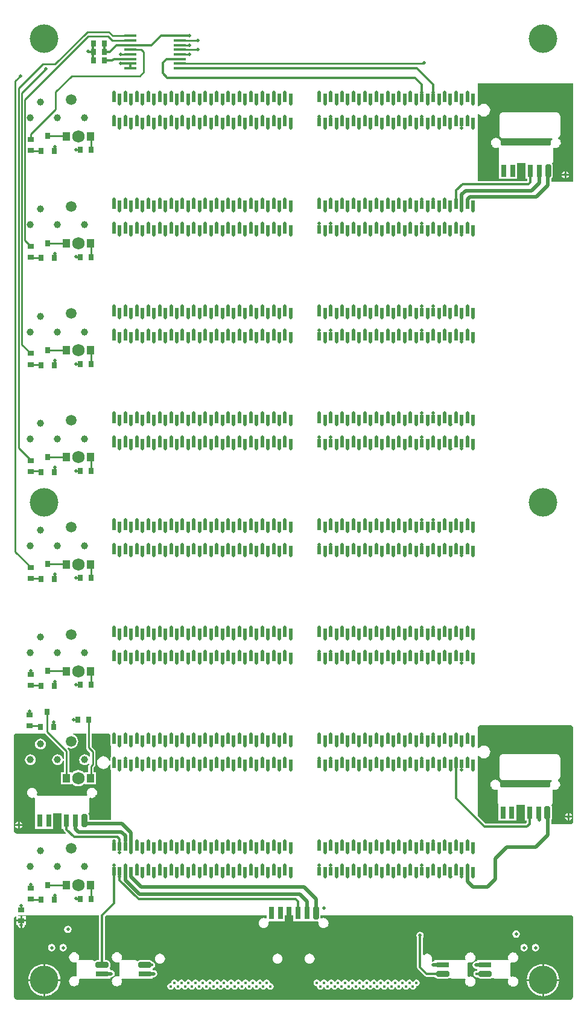
<source format=gtl>
G04*
G04 #@! TF.GenerationSoftware,Altium Limited,Altium Designer,19.1.6 (110)*
G04*
G04 Layer_Physical_Order=1*
G04 Layer_Color=255*
%FSLAX25Y25*%
%MOIN*%
G70*
G01*
G75*
%ADD10C,0.01968*%
%ADD11C,0.01000*%
%ADD17R,0.01968X0.04724*%
%ADD18R,0.03200X0.02978*%
%ADD19R,0.02978X0.03200*%
%ADD20R,0.06500X0.01700*%
%ADD21R,0.07874X0.06299*%
G04:AMPARAMS|DCode=22|XSize=31.5mil|YSize=70.87mil|CornerRadius=7.87mil|HoleSize=0mil|Usage=FLASHONLY|Rotation=90.000|XOffset=0mil|YOffset=0mil|HoleType=Round|Shape=RoundedRectangle|*
%AMROUNDEDRECTD22*
21,1,0.03150,0.05512,0,0,90.0*
21,1,0.01575,0.07087,0,0,90.0*
1,1,0.01575,0.02756,0.00787*
1,1,0.01575,0.02756,-0.00787*
1,1,0.01575,-0.02756,-0.00787*
1,1,0.01575,-0.02756,0.00787*
%
%ADD22ROUNDEDRECTD22*%
%ADD23R,0.07087X0.03150*%
G04:AMPARAMS|DCode=24|XSize=31.5mil|YSize=70.87mil|CornerRadius=7.87mil|HoleSize=0mil|Usage=FLASHONLY|Rotation=180.000|XOffset=0mil|YOffset=0mil|HoleType=Round|Shape=RoundedRectangle|*
%AMROUNDEDRECTD24*
21,1,0.03150,0.05512,0,0,180.0*
21,1,0.01575,0.07087,0,0,180.0*
1,1,0.01575,-0.00787,0.02756*
1,1,0.01575,0.00787,0.02756*
1,1,0.01575,0.00787,-0.02756*
1,1,0.01575,-0.00787,-0.02756*
%
%ADD24ROUNDEDRECTD24*%
%ADD25R,0.03150X0.07087*%
%ADD26R,0.06299X0.07874*%
%ADD27R,0.07087X0.10236*%
%ADD28R,0.03937X0.04724*%
%ADD29R,0.03150X0.03543*%
%ADD45C,0.06890*%
%ADD46C,0.01181*%
%ADD47C,0.05906*%
%ADD48C,0.03937*%
%ADD49C,0.15748*%
%ADD50C,0.01968*%
%ADD51C,0.01575*%
G36*
X310004Y452559D02*
X298086D01*
Y454516D01*
X298237Y454617D01*
X298633Y455208D01*
X298771Y455905D01*
Y461417D01*
X298633Y462115D01*
X298437Y462408D01*
X298285Y462755D01*
X298564Y463048D01*
X298579Y463059D01*
X298800Y463389D01*
X298878Y463779D01*
Y471102D01*
X299378Y471437D01*
X299670Y471315D01*
X300394Y471220D01*
X301117Y471315D01*
X301792Y471595D01*
X302371Y472039D01*
X302815Y472618D01*
X303094Y473292D01*
X303189Y474016D01*
X303094Y474739D01*
X302815Y475414D01*
X302371Y475992D01*
X301792Y476437D01*
X301778Y476442D01*
X301769Y476465D01*
X301764Y476989D01*
X301939Y477106D01*
X302316Y477483D01*
X302537Y477814D01*
X302741Y478306D01*
X302741Y478306D01*
X302818Y478696D01*
X302818Y488553D01*
X302818Y488553D01*
X302818Y488553D01*
X302818Y488821D01*
X302741Y489212D01*
X302535Y489707D01*
X302535Y489707D01*
X302314Y490037D01*
X301935Y490416D01*
X301604Y490637D01*
X301109Y490842D01*
X300719Y490920D01*
X300451Y490920D01*
X271398Y490920D01*
X271398Y490920D01*
X271164Y490920D01*
X270774Y490842D01*
X270774Y490842D01*
X270774Y490842D01*
X270343Y490663D01*
X270012Y490442D01*
X269682Y490112D01*
X269461Y489781D01*
X269282Y489350D01*
X269204Y488959D01*
Y478789D01*
X269204Y478789D01*
X269204Y478557D01*
X269282Y478167D01*
X269459Y477739D01*
X269680Y477408D01*
X270008Y477080D01*
X270339Y476859D01*
X270767Y476682D01*
X271157Y476604D01*
X271389D01*
X298392Y476604D01*
X298562Y476104D01*
X298417Y475992D01*
X297973Y475414D01*
X297693Y474739D01*
X297598Y474016D01*
X297693Y473292D01*
X297783Y473075D01*
X297449Y472575D01*
X270267D01*
X269933Y473075D01*
X270023Y473292D01*
X270118Y474016D01*
X270023Y474739D01*
X269744Y475414D01*
X269300Y475992D01*
X268721Y476437D01*
X268046Y476716D01*
X267323Y476811D01*
X266599Y476716D01*
X265925Y476437D01*
X265346Y475992D01*
X264902Y475414D01*
X264622Y474739D01*
X264527Y474016D01*
X264622Y473292D01*
X264902Y472618D01*
X265346Y472039D01*
X265925Y471595D01*
X266599Y471315D01*
X267323Y471220D01*
X268046Y471315D01*
X268339Y471437D01*
X268839Y471102D01*
Y463779D01*
X268916Y463389D01*
X268980Y463205D01*
X268980Y463205D01*
X268980Y463205D01*
Y454118D01*
X279051D01*
Y462760D01*
X283744D01*
Y454118D01*
X284697D01*
Y452936D01*
X284663Y452901D01*
X257283D01*
Y489914D01*
X257784Y490083D01*
X258133Y489627D01*
X258864Y489066D01*
X259716Y488714D01*
X260630Y488593D01*
X261543Y488714D01*
X262395Y489066D01*
X263126Y489627D01*
X263687Y490358D01*
X264039Y491210D01*
X264160Y492124D01*
X264039Y493037D01*
X263687Y493889D01*
X263126Y494620D01*
X262395Y495181D01*
X261543Y495534D01*
X260630Y495654D01*
X259716Y495534D01*
X258864Y495181D01*
X258133Y494620D01*
X257784Y494164D01*
X257283Y494334D01*
Y506890D01*
X310004D01*
Y452559D01*
D02*
G37*
G36*
X40794Y140059D02*
X40910Y139473D01*
X41242Y138977D01*
X42959Y137260D01*
Y135359D01*
X42459Y135189D01*
X42157Y135582D01*
X41537Y136057D01*
X40815Y136357D01*
X40040Y136459D01*
X39265Y136357D01*
X38543Y136057D01*
X37923Y135582D01*
X37447Y134962D01*
X37148Y134239D01*
X37046Y133465D01*
X37148Y132690D01*
X37447Y131967D01*
X37923Y131347D01*
X38543Y130872D01*
X39265Y130572D01*
X40040Y130471D01*
X40815Y130572D01*
X41537Y130872D01*
X42109Y131310D01*
X42333Y131286D01*
X42654Y131174D01*
X42662Y131143D01*
X42488Y130970D01*
X42157Y130474D01*
X42040Y129889D01*
Y126630D01*
X40221D01*
Y126493D01*
X39748Y126332D01*
X39667Y126438D01*
X38739Y127150D01*
X37657Y127598D01*
X36497Y127751D01*
X35337Y127598D01*
X34255Y127150D01*
X33327Y126438D01*
X33246Y126332D01*
X32772Y126493D01*
Y126630D01*
X31559D01*
Y138081D01*
X31442Y138666D01*
X31111Y139162D01*
X30633Y139640D01*
X30917Y140064D01*
X31528Y139810D01*
X32560Y139675D01*
X33592Y139810D01*
X34553Y140209D01*
X35379Y140842D01*
X36013Y141668D01*
X36411Y142630D01*
X36547Y143661D01*
X36411Y144693D01*
X36013Y145655D01*
X35379Y146481D01*
X34553Y147114D01*
X33592Y147512D01*
X33447Y147531D01*
X33480Y148031D01*
X40794D01*
Y140059D01*
D02*
G37*
G36*
X53759Y147762D02*
X54258Y147263D01*
X54277Y147217D01*
Y144488D01*
X54316Y144293D01*
Y141126D01*
X54528D01*
Y135171D01*
X54431Y135026D01*
X54319Y134465D01*
X54316D01*
X54276Y134252D01*
X54277Y134250D01*
X54277Y133981D01*
Y132909D01*
X53804Y132803D01*
X53452Y133655D01*
X52891Y134386D01*
X52160Y134947D01*
X51308Y135300D01*
X50394Y135420D01*
X49481Y135300D01*
X48629Y134947D01*
X47898Y134386D01*
X47337Y133655D01*
X46985Y132803D01*
X46864Y131890D01*
X46985Y130976D01*
X47337Y130125D01*
X47898Y129393D01*
X48629Y128832D01*
X49481Y128480D01*
X50394Y128360D01*
X51308Y128480D01*
X52160Y128832D01*
X52891Y129393D01*
X53452Y130125D01*
X53804Y130976D01*
X54306Y130956D01*
X54316Y130907D01*
Y127740D01*
X54528D01*
Y100350D01*
X42472D01*
Y102559D01*
X42333Y103256D01*
X42138Y103549D01*
X41985Y103897D01*
X42265Y104190D01*
X42280Y104200D01*
X42501Y104531D01*
X42579Y104921D01*
Y112244D01*
X43079Y112578D01*
X43371Y112457D01*
X44094Y112362D01*
X44818Y112457D01*
X45492Y112736D01*
X46071Y113181D01*
X46516Y113760D01*
X46795Y114434D01*
X46890Y115157D01*
X46795Y115881D01*
X46516Y116555D01*
X46071Y117134D01*
X45492Y117578D01*
X44818Y117858D01*
X44094Y117953D01*
X43371Y117858D01*
X42697Y117578D01*
X42118Y117134D01*
X41673Y116555D01*
X41394Y115881D01*
X41299Y115157D01*
X41394Y114434D01*
X41484Y114216D01*
X41150Y113716D01*
X13968D01*
X13634Y114216D01*
X13724Y114434D01*
X13819Y115157D01*
X13724Y115881D01*
X13445Y116555D01*
X13000Y117134D01*
X12421Y117578D01*
X11747Y117858D01*
X11024Y117953D01*
X10300Y117858D01*
X9626Y117578D01*
X9047Y117134D01*
X8603Y116555D01*
X8323Y115881D01*
X8228Y115157D01*
X8323Y114434D01*
X8603Y113760D01*
X9047Y113181D01*
X9626Y112736D01*
X10300Y112457D01*
X11024Y112362D01*
X11747Y112457D01*
X12039Y112578D01*
X12539Y112244D01*
Y104921D01*
X12617Y104531D01*
X12681Y104346D01*
X12681Y104346D01*
X12681Y104346D01*
Y95260D01*
X22752D01*
Y103902D01*
X27445D01*
Y95260D01*
X28398D01*
Y94882D01*
X28521Y94261D01*
X28873Y93735D01*
X29627Y92982D01*
X29435Y92520D01*
X2953Y92520D01*
X2561Y92520D01*
X1838Y92819D01*
X1284Y93373D01*
X1020Y94011D01*
Y147013D01*
X1194Y147434D01*
X1582Y147822D01*
X2088Y148031D01*
X2362Y148031D01*
X2362Y148031D01*
X18013Y148031D01*
X18210Y147738D01*
X28500Y137447D01*
Y134057D01*
X28000Y134024D01*
X27972Y134239D01*
X27672Y134962D01*
X27197Y135582D01*
X26577Y136057D01*
X25855Y136357D01*
X25080Y136459D01*
X24305Y136357D01*
X23583Y136057D01*
X22962Y135582D01*
X22487Y134962D01*
X22187Y134239D01*
X22085Y133465D01*
X22187Y132690D01*
X22487Y131967D01*
X22962Y131347D01*
X23583Y130872D01*
X24305Y130572D01*
X25080Y130471D01*
X25855Y130572D01*
X26577Y130872D01*
X27197Y131347D01*
X27672Y131967D01*
X27972Y132690D01*
X28000Y132905D01*
X28500Y132872D01*
Y126630D01*
X26835D01*
Y119905D01*
X32772D01*
Y120042D01*
X33246Y120203D01*
X33327Y120098D01*
X34255Y119385D01*
X35337Y118937D01*
X36497Y118784D01*
X37657Y118937D01*
X38739Y119385D01*
X39667Y120098D01*
X39748Y120203D01*
X40221Y120042D01*
Y119905D01*
X46158D01*
Y126630D01*
X45099D01*
Y129255D01*
X45570Y129726D01*
X45901Y130222D01*
X46018Y130807D01*
Y137894D01*
X45901Y138479D01*
X45570Y138975D01*
X43853Y140692D01*
Y148031D01*
X53108Y148031D01*
X53759Y147762D01*
D02*
G37*
G36*
X308071Y152559D02*
X308071Y152559D01*
X308071D01*
X308532Y152522D01*
X309130Y152274D01*
X309656Y151748D01*
X309941Y151061D01*
X309941Y150689D01*
X309941Y99311D01*
X309941Y99311D01*
X309941Y99057D01*
X309746Y98586D01*
X309386Y98226D01*
X308916Y98032D01*
X297889D01*
Y100354D01*
X298239Y100877D01*
X298377Y101575D01*
Y107087D01*
X298239Y107784D01*
X298043Y108077D01*
X297891Y108424D01*
X298170Y108718D01*
X298185Y108728D01*
X298407Y109059D01*
X298484Y109449D01*
Y116772D01*
X298984Y117106D01*
X299276Y116985D01*
X300000Y116890D01*
X300724Y116985D01*
X301398Y117264D01*
X301977Y117708D01*
X302421Y118287D01*
X302700Y118962D01*
X302796Y119685D01*
X302700Y120409D01*
X302421Y121083D01*
X301977Y121662D01*
X301549Y121990D01*
X301565Y122470D01*
X301603Y122554D01*
X301610Y122557D01*
X301610Y122557D01*
X301940Y122778D01*
X302317Y123154D01*
X302538Y123485D01*
X302742Y123977D01*
X302742Y123977D01*
X302820Y124368D01*
X302820Y134225D01*
X302820Y134225D01*
X302820Y134225D01*
X302820Y134493D01*
X302742Y134883D01*
X302537Y135378D01*
X302537Y135378D01*
X302315Y135709D01*
X301936Y136088D01*
X301606Y136309D01*
X301110Y136514D01*
X300720Y136591D01*
X300452Y136591D01*
X271399Y136591D01*
X271399Y136591D01*
X271166Y136591D01*
X270776Y136514D01*
X270776Y136514D01*
X270776Y136514D01*
X270344Y136335D01*
X270013Y136114D01*
X269683Y135784D01*
X269462Y135453D01*
X269283Y135021D01*
X269205Y134631D01*
Y124460D01*
X269205Y124460D01*
X269205Y124229D01*
X269283Y123839D01*
X269460Y123410D01*
X269681Y123080D01*
X270009Y122752D01*
X270340Y122531D01*
X270768Y122353D01*
X271158Y122276D01*
X271390D01*
X298002Y122275D01*
X298171Y121775D01*
X298023Y121662D01*
X297579Y121083D01*
X297300Y120409D01*
X297204Y119685D01*
X297300Y118962D01*
X297390Y118744D01*
X297056Y118244D01*
X269873D01*
X269539Y118744D01*
X269629Y118962D01*
X269725Y119685D01*
X269629Y120409D01*
X269350Y121083D01*
X268906Y121662D01*
X268327Y122106D01*
X267653Y122385D01*
X266929Y122481D01*
X266206Y122385D01*
X265531Y122106D01*
X264952Y121662D01*
X264508Y121083D01*
X264229Y120409D01*
X264134Y119685D01*
X264229Y118962D01*
X264508Y118287D01*
X264952Y117708D01*
X265531Y117264D01*
X266206Y116985D01*
X266929Y116890D01*
X267653Y116985D01*
X267945Y117106D01*
X268445Y116772D01*
Y109449D01*
X268523Y109059D01*
X268587Y108874D01*
X268587Y108874D01*
X268587Y108874D01*
Y99787D01*
X278658D01*
Y108429D01*
X283350D01*
Y99787D01*
X284303D01*
Y98605D01*
X283777Y98078D01*
X261498D01*
X257283Y102293D01*
X257283Y135587D01*
X257784Y135757D01*
X258135Y135299D01*
X258866Y134738D01*
X259717Y134385D01*
X260631Y134265D01*
X261544Y134385D01*
X262396Y134738D01*
X263127Y135299D01*
X263688Y136030D01*
X264041Y136882D01*
X264161Y137795D01*
X264041Y138709D01*
X263688Y139560D01*
X263127Y140292D01*
X262396Y140852D01*
X261544Y141205D01*
X260631Y141325D01*
X259717Y141205D01*
X258866Y140852D01*
X258135Y140292D01*
X257784Y139834D01*
X257283Y140004D01*
Y151297D01*
X257523Y151876D01*
X257966Y152319D01*
X258546Y152559D01*
X258859D01*
X308071Y152559D01*
X308071Y152559D01*
D02*
G37*
G36*
X309442Y47428D02*
X309830Y47040D01*
X310004Y46619D01*
Y2483D01*
X309745Y1858D01*
X309201Y1314D01*
X308491Y1020D01*
X2533D01*
X1822Y1314D01*
X1279Y1858D01*
X1020Y2483D01*
Y45831D01*
X1344Y46614D01*
X1992Y47261D01*
X2064Y47228D01*
X2420Y46907D01*
Y45099D01*
X4520D01*
Y47088D01*
X3444D01*
X3213Y47588D01*
X3256Y47638D01*
X3346D01*
X3347Y47638D01*
X47823D01*
X47985Y47441D01*
Y22787D01*
X46850D01*
X46153Y22648D01*
X45562Y22253D01*
X45139Y22520D01*
X44878Y22694D01*
X44488Y22772D01*
X37087D01*
X37086Y22772D01*
X36781Y23271D01*
X36952Y23686D01*
X37047Y24409D01*
X36952Y25133D01*
X36673Y25807D01*
X36229Y26386D01*
X35650Y26831D01*
X34975Y27110D01*
X34252Y27205D01*
X33528Y27110D01*
X32854Y26831D01*
X32275Y26386D01*
X31831Y25807D01*
X31552Y25133D01*
X31456Y24409D01*
X31552Y23686D01*
X31831Y23012D01*
X32275Y22433D01*
X32854Y21988D01*
X33528Y21709D01*
X34252Y21614D01*
X34975Y21709D01*
X35211Y21807D01*
X35221Y21806D01*
X35693Y21465D01*
Y14066D01*
X35193Y13732D01*
X34975Y13822D01*
X34252Y13918D01*
X33528Y13822D01*
X32854Y13543D01*
X32275Y13099D01*
X31831Y12520D01*
X31552Y11846D01*
X31456Y11122D01*
X31552Y10398D01*
X31831Y9724D01*
X32275Y9145D01*
X32854Y8701D01*
X33528Y8422D01*
X34252Y8326D01*
X34975Y8422D01*
X35650Y8701D01*
X36229Y9145D01*
X36673Y9724D01*
X36952Y10398D01*
X37047Y11122D01*
X36952Y11846D01*
X36821Y12162D01*
X37156Y12662D01*
X44488D01*
X44565Y12677D01*
X45063Y12681D01*
X45063Y12681D01*
X45063Y12681D01*
X54150D01*
Y13331D01*
X54626D01*
X55400Y13485D01*
X56056Y13924D01*
X56495Y14580D01*
X56649Y15354D01*
X56495Y16128D01*
X56056Y16785D01*
X55400Y17223D01*
X54626Y17377D01*
X54150D01*
Y17831D01*
X54071D01*
X53804Y18331D01*
X54046Y18692D01*
X54185Y19390D01*
Y20965D01*
X54046Y21662D01*
X53651Y22253D01*
X53060Y22648D01*
X52362Y22787D01*
X51228D01*
Y46769D01*
X52097Y47638D01*
X140634Y47638D01*
Y46122D01*
X140134Y45828D01*
X139700Y46007D01*
X138976Y46103D01*
X138253Y46007D01*
X137579Y45728D01*
X137000Y45284D01*
X136555Y44705D01*
X136276Y44031D01*
X136181Y43307D01*
X136276Y42584D01*
X136555Y41909D01*
X137000Y41330D01*
X137579Y40886D01*
X138253Y40607D01*
X138976Y40512D01*
X139700Y40607D01*
X140374Y40886D01*
X140953Y41330D01*
X141397Y41909D01*
X141677Y42584D01*
X141772Y43307D01*
X141710Y43776D01*
X142069Y44276D01*
X150705D01*
Y47638D01*
X155398D01*
Y44276D01*
X165469D01*
Y44354D01*
X165969Y44621D01*
X166330Y44379D01*
X167028Y44241D01*
X168602D01*
X168919Y44304D01*
X169057Y44216D01*
X169326Y43875D01*
X169252Y43307D01*
X169347Y42584D01*
X169626Y41909D01*
X170071Y41330D01*
X170650Y40886D01*
X171324Y40607D01*
X172047Y40512D01*
X172771Y40607D01*
X173445Y40886D01*
X174024Y41330D01*
X174468Y41909D01*
X174748Y42584D01*
X174843Y43307D01*
X174748Y44031D01*
X174468Y44705D01*
X174024Y45284D01*
X173445Y45728D01*
X172771Y46007D01*
X172047Y46103D01*
X171324Y46007D01*
X170888Y45827D01*
X170651Y45948D01*
X170425Y46157D01*
Y47638D01*
X308661Y47638D01*
X308935Y47638D01*
X309442Y47428D01*
D02*
G37*
%LPC*%
G36*
X306154Y458321D02*
Y456898D01*
X307578D01*
X307523Y457172D01*
X307085Y457828D01*
X306428Y458267D01*
X306154Y458321D01*
D02*
G37*
G36*
X305154D02*
X304880Y458267D01*
X304223Y457828D01*
X303785Y457172D01*
X303730Y456898D01*
X305154D01*
Y458321D01*
D02*
G37*
G36*
X307578Y455898D02*
X306154D01*
Y454474D01*
X306428Y454529D01*
X307085Y454967D01*
X307523Y455623D01*
X307578Y455898D01*
D02*
G37*
G36*
X305154D02*
X303730D01*
X303785Y455623D01*
X304223Y454967D01*
X304880Y454529D01*
X305154Y454474D01*
Y455898D01*
D02*
G37*
G36*
X15631Y145122D02*
X14856Y145020D01*
X14134Y144721D01*
X13513Y144245D01*
X13038Y143625D01*
X12739Y142903D01*
X12637Y142128D01*
X12739Y141353D01*
X13038Y140630D01*
X13513Y140010D01*
X14134Y139535D01*
X14856Y139235D01*
X15631Y139134D01*
X16406Y139235D01*
X17128Y139535D01*
X17748Y140010D01*
X18224Y140630D01*
X18523Y141353D01*
X18625Y142128D01*
X18523Y142903D01*
X18224Y143625D01*
X17748Y144245D01*
X17128Y144721D01*
X16406Y145020D01*
X15631Y145122D01*
D02*
G37*
G36*
X10119Y136459D02*
X9344Y136357D01*
X8622Y136057D01*
X8002Y135582D01*
X7526Y134962D01*
X7227Y134239D01*
X7125Y133465D01*
X7227Y132690D01*
X7526Y131967D01*
X8002Y131347D01*
X8622Y130872D01*
X9344Y130572D01*
X10119Y130471D01*
X10894Y130572D01*
X11616Y130872D01*
X12236Y131347D01*
X12712Y131967D01*
X13011Y132690D01*
X13113Y133465D01*
X13011Y134239D01*
X12712Y134962D01*
X12236Y135582D01*
X11616Y136057D01*
X10894Y136357D01*
X10119Y136459D01*
D02*
G37*
G36*
X4142Y99365D02*
Y97941D01*
X5565D01*
X5511Y98215D01*
X5072Y98872D01*
X4416Y99310D01*
X4142Y99365D01*
D02*
G37*
G36*
X3142D02*
X2868Y99310D01*
X2211Y98872D01*
X1773Y98215D01*
X1718Y97941D01*
X3142D01*
Y99365D01*
D02*
G37*
G36*
X5565Y96941D02*
X4142D01*
Y95517D01*
X4416Y95572D01*
X5072Y96011D01*
X5511Y96667D01*
X5565Y96941D01*
D02*
G37*
G36*
X3142D02*
X1718D01*
X1773Y96667D01*
X2211Y96011D01*
X2868Y95572D01*
X3142Y95517D01*
Y96941D01*
D02*
G37*
G36*
X307882Y103892D02*
Y102469D01*
X309306D01*
X309251Y102743D01*
X308812Y103399D01*
X308156Y103838D01*
X307882Y103892D01*
D02*
G37*
G36*
X306882D02*
X306608Y103838D01*
X305951Y103399D01*
X305513Y102743D01*
X305458Y102469D01*
X306882D01*
Y103892D01*
D02*
G37*
G36*
X309306Y101469D02*
X307882D01*
Y100045D01*
X308156Y100100D01*
X308812Y100538D01*
X309251Y101194D01*
X309306Y101469D01*
D02*
G37*
G36*
X306882D02*
X305458D01*
X305513Y101194D01*
X305951Y100538D01*
X306608Y100100D01*
X306882Y100045D01*
Y101469D01*
D02*
G37*
G36*
X7620Y47088D02*
X5520D01*
Y45099D01*
X7620D01*
Y47088D01*
D02*
G37*
G36*
Y44099D02*
X5020D01*
X2420D01*
Y42110D01*
X3073D01*
X3184Y41553D01*
X3622Y40897D01*
X4279Y40458D01*
X4553Y40404D01*
Y42327D01*
X5553D01*
Y40404D01*
X5827Y40458D01*
X6483Y40897D01*
X6922Y41553D01*
X7033Y42110D01*
X7620D01*
Y44099D01*
D02*
G37*
G36*
X30807Y41787D02*
X30033Y41633D01*
X29377Y41194D01*
X28938Y40538D01*
X28784Y39764D01*
X28938Y38990D01*
X29377Y38333D01*
X30033Y37895D01*
X30807Y37741D01*
X31581Y37895D01*
X32238Y38333D01*
X32676Y38990D01*
X32830Y39764D01*
X32676Y40538D01*
X32238Y41194D01*
X31581Y41633D01*
X30807Y41787D01*
D02*
G37*
G36*
X278469Y39252D02*
X277695Y39099D01*
X277039Y38660D01*
X276600Y38004D01*
X276446Y37229D01*
X276600Y36455D01*
X277039Y35799D01*
X277695Y35360D01*
X278469Y35206D01*
X279244Y35360D01*
X279900Y35799D01*
X280339Y36455D01*
X280493Y37229D01*
X280339Y38004D01*
X279900Y38660D01*
X279244Y39099D01*
X278469Y39252D01*
D02*
G37*
G36*
X289173Y31748D02*
X288399Y31593D01*
X287743Y31155D01*
X287304Y30499D01*
X287150Y29724D01*
X287304Y28950D01*
X287743Y28294D01*
X288399Y27855D01*
X289173Y27701D01*
X289947Y27855D01*
X290604Y28294D01*
X291042Y28950D01*
X291196Y29724D01*
X291042Y30499D01*
X290604Y31155D01*
X289947Y31593D01*
X289173Y31748D01*
D02*
G37*
G36*
X28150D02*
X27375Y31593D01*
X26719Y31155D01*
X26281Y30499D01*
X26127Y29724D01*
X26281Y28950D01*
X26719Y28294D01*
X27375Y27855D01*
X28150Y27701D01*
X28924Y27855D01*
X29580Y28294D01*
X30019Y28950D01*
X30173Y29724D01*
X30019Y30499D01*
X29580Y31155D01*
X28924Y31593D01*
X28150Y31748D01*
D02*
G37*
G36*
X282874Y31747D02*
X282100Y31593D01*
X281443Y31155D01*
X281005Y30499D01*
X280851Y29724D01*
X281005Y28950D01*
X281443Y28294D01*
X282100Y27855D01*
X282874Y27701D01*
X283648Y27855D01*
X284304Y28294D01*
X284743Y28950D01*
X284897Y29724D01*
X284743Y30499D01*
X284304Y31155D01*
X283648Y31593D01*
X282874Y31747D01*
D02*
G37*
G36*
X21850D02*
X21076Y31593D01*
X20420Y31155D01*
X19981Y30499D01*
X19827Y29724D01*
X19981Y28950D01*
X20420Y28294D01*
X21076Y27855D01*
X21850Y27701D01*
X22625Y27855D01*
X23281Y28294D01*
X23720Y28950D01*
X23874Y29724D01*
X23720Y30499D01*
X23281Y31155D01*
X22625Y31593D01*
X21850Y31747D01*
D02*
G37*
G36*
X276772Y27107D02*
X276048Y27011D01*
X275374Y26732D01*
X274795Y26288D01*
X274351Y25709D01*
X274071Y25035D01*
X273976Y24311D01*
X274071Y23587D01*
X274202Y23271D01*
X273868Y22772D01*
X266535D01*
X266459Y22756D01*
X265961Y22752D01*
X265961Y22752D01*
X265961Y22752D01*
X256874D01*
Y22102D01*
X256398D01*
X255623Y21948D01*
X254967Y21509D01*
X254528Y20853D01*
X254375Y20079D01*
X254528Y19305D01*
X254967Y18648D01*
X255623Y18210D01*
X256398Y18056D01*
X256874D01*
Y17602D01*
X256874D01*
X256830Y17121D01*
X256721Y16974D01*
X256693Y16980D01*
X255995Y16841D01*
X255404Y16446D01*
X255009Y15855D01*
X254871Y15157D01*
X255009Y14460D01*
X255404Y13869D01*
X255995Y13474D01*
X256693Y13335D01*
X257202Y13436D01*
X257373Y13180D01*
X257964Y12785D01*
X258661Y12646D01*
X264173D01*
X264871Y12785D01*
X265462Y13180D01*
X265885Y12913D01*
X266145Y12739D01*
X266535Y12662D01*
X273937D01*
X273938Y12661D01*
X274243Y12162D01*
X274071Y11747D01*
X273976Y11024D01*
X274071Y10300D01*
X274351Y9626D01*
X274795Y9047D01*
X275374Y8603D01*
X276048Y8323D01*
X276772Y8228D01*
X277495Y8323D01*
X278169Y8603D01*
X278748Y9047D01*
X279193Y9626D01*
X279472Y10300D01*
X279567Y11024D01*
X279472Y11747D01*
X279193Y12421D01*
X278748Y13000D01*
X278169Y13445D01*
X277495Y13724D01*
X276772Y13819D01*
X276048Y13724D01*
X275813Y13626D01*
X275802Y13627D01*
X275331Y13968D01*
Y21367D01*
X275831Y21701D01*
X276048Y21611D01*
X276772Y21516D01*
X277495Y21611D01*
X278169Y21890D01*
X278748Y22334D01*
X279193Y22913D01*
X279472Y23587D01*
X279567Y24311D01*
X279472Y25035D01*
X279193Y25709D01*
X278748Y26288D01*
X278169Y26732D01*
X277495Y27011D01*
X276772Y27107D01*
D02*
G37*
G36*
X225394Y38440D02*
X224620Y38286D01*
X223963Y37848D01*
X223525Y37192D01*
X223371Y36417D01*
X223525Y35643D01*
X223772Y35273D01*
Y18898D01*
X223895Y18277D01*
X224247Y17751D01*
X227889Y14109D01*
X228415Y13758D01*
X229035Y13634D01*
X233447D01*
X233751Y13180D01*
X234342Y12785D01*
X235039Y12646D01*
X240551D01*
X241249Y12785D01*
X241840Y13180D01*
X242263Y12913D01*
X242523Y12739D01*
X242913Y12662D01*
X250315D01*
X250316Y12661D01*
X250621Y12162D01*
X250449Y11747D01*
X250354Y11024D01*
X250449Y10300D01*
X250729Y9626D01*
X251173Y9047D01*
X251752Y8603D01*
X252426Y8323D01*
X253150Y8228D01*
X253873Y8323D01*
X254547Y8603D01*
X255126Y9047D01*
X255571Y9626D01*
X255850Y10300D01*
X255945Y11024D01*
X255850Y11747D01*
X255571Y12421D01*
X255126Y13000D01*
X254547Y13445D01*
X253873Y13724D01*
X253150Y13819D01*
X252426Y13724D01*
X252190Y13626D01*
X252180Y13627D01*
X251709Y13968D01*
Y21367D01*
X252208Y21701D01*
X252426Y21611D01*
X253150Y21516D01*
X253873Y21611D01*
X254547Y21890D01*
X255126Y22334D01*
X255571Y22913D01*
X255850Y23587D01*
X255945Y24311D01*
X255850Y25035D01*
X255571Y25709D01*
X255126Y26288D01*
X254547Y26732D01*
X253873Y27011D01*
X253150Y27107D01*
X252426Y27011D01*
X251752Y26732D01*
X251173Y26288D01*
X250729Y25709D01*
X250449Y25035D01*
X250354Y24311D01*
X250449Y23587D01*
X250580Y23272D01*
X250246Y22772D01*
X242913D01*
X242837Y22756D01*
X242339Y22752D01*
X242339Y22752D01*
X242338Y22752D01*
X233252D01*
Y22102D01*
X232776D01*
X232165Y21980D01*
X232154Y21986D01*
X231820Y22375D01*
X231817Y22382D01*
X232031Y22898D01*
X232126Y23622D01*
X232031Y24346D01*
X231752Y25020D01*
X231308Y25599D01*
X230729Y26043D01*
X230054Y26322D01*
X229331Y26418D01*
X228607Y26322D01*
X227933Y26043D01*
X227515Y25723D01*
X227015Y25936D01*
Y35273D01*
X227263Y35643D01*
X227417Y36417D01*
X227263Y37192D01*
X226824Y37848D01*
X226168Y38286D01*
X225394Y38440D01*
D02*
G37*
G36*
X164370Y26418D02*
X163646Y26322D01*
X162972Y26043D01*
X162393Y25599D01*
X161949Y25020D01*
X161670Y24346D01*
X161574Y23622D01*
X161670Y22898D01*
X161949Y22224D01*
X162393Y21645D01*
X162972Y21201D01*
X163646Y20922D01*
X164370Y20827D01*
X165094Y20922D01*
X165768Y21201D01*
X166347Y21645D01*
X166791Y22224D01*
X167070Y22898D01*
X167166Y23622D01*
X167070Y24346D01*
X166791Y25020D01*
X166347Y25599D01*
X165768Y26043D01*
X165094Y26322D01*
X164370Y26418D01*
D02*
G37*
G36*
X146653D02*
X145930Y26322D01*
X145256Y26043D01*
X144677Y25599D01*
X144232Y25020D01*
X143953Y24346D01*
X143858Y23622D01*
X143953Y22898D01*
X144232Y22224D01*
X144677Y21645D01*
X145256Y21201D01*
X145930Y20922D01*
X146653Y20827D01*
X147377Y20922D01*
X148051Y21201D01*
X148630Y21645D01*
X149074Y22224D01*
X149354Y22898D01*
X149449Y23622D01*
X149354Y24346D01*
X149074Y25020D01*
X148630Y25599D01*
X148051Y26043D01*
X147377Y26322D01*
X146653Y26418D01*
D02*
G37*
G36*
X81693D02*
X80969Y26322D01*
X80295Y26043D01*
X79716Y25599D01*
X79272Y25020D01*
X78993Y24346D01*
X78897Y23622D01*
X78993Y22898D01*
X79272Y22224D01*
X79716Y21645D01*
X80295Y21201D01*
X80969Y20922D01*
X81693Y20827D01*
X82416Y20922D01*
X83091Y21201D01*
X83670Y21645D01*
X84114Y22224D01*
X84393Y22898D01*
X84488Y23622D01*
X84393Y24346D01*
X84114Y25020D01*
X83670Y25599D01*
X83091Y26043D01*
X82416Y26322D01*
X81693Y26418D01*
D02*
G37*
G36*
X57874Y27205D02*
X57151Y27110D01*
X56476Y26831D01*
X55897Y26386D01*
X55453Y25807D01*
X55174Y25133D01*
X55078Y24409D01*
X55174Y23686D01*
X55453Y23012D01*
X55897Y22433D01*
X56476Y21988D01*
X57151Y21709D01*
X57874Y21614D01*
X58598Y21709D01*
X58833Y21807D01*
X58844Y21806D01*
X59315Y21465D01*
Y14066D01*
X58815Y13732D01*
X58598Y13822D01*
X57874Y13918D01*
X57151Y13822D01*
X56476Y13543D01*
X55897Y13099D01*
X55453Y12520D01*
X55174Y11846D01*
X55078Y11122D01*
X55174Y10398D01*
X55453Y9724D01*
X55897Y9145D01*
X56476Y8701D01*
X57151Y8422D01*
X57874Y8326D01*
X58598Y8422D01*
X59272Y8701D01*
X59851Y9145D01*
X60295Y9724D01*
X60574Y10398D01*
X60670Y11122D01*
X60574Y11846D01*
X60444Y12162D01*
X60778Y12662D01*
X68110D01*
X68187Y12677D01*
X68685Y12681D01*
X68685Y12681D01*
X68685Y12681D01*
X77772D01*
Y13331D01*
X78248D01*
X79022Y13485D01*
X79679Y13924D01*
X80117Y14580D01*
X80271Y15354D01*
X80117Y16128D01*
X79679Y16785D01*
X79022Y17223D01*
X78248Y17377D01*
X77772D01*
Y17831D01*
X77694D01*
X77686Y17842D01*
X77638Y18331D01*
X77961Y18395D01*
X78552Y18790D01*
X78948Y19381D01*
X79086Y20079D01*
X78948Y20776D01*
X78552Y21367D01*
X77961Y21762D01*
X77546Y21845D01*
X77273Y22253D01*
X76682Y22648D01*
X75984Y22787D01*
X70473D01*
X69775Y22648D01*
X69184Y22253D01*
X68761Y22520D01*
X68501Y22694D01*
X68110Y22772D01*
X60709D01*
X60708Y22772D01*
X60403Y23271D01*
X60574Y23686D01*
X60670Y24409D01*
X60574Y25133D01*
X60295Y25807D01*
X59851Y26386D01*
X59272Y26831D01*
X58598Y27110D01*
X57874Y27205D01*
D02*
G37*
G36*
X293807Y20679D02*
Y12311D01*
X302175D01*
X302053Y13551D01*
X301545Y15223D01*
X300721Y16765D01*
X299612Y18116D01*
X298261Y19225D01*
X296720Y20049D01*
X295047Y20557D01*
X293807Y20679D01*
D02*
G37*
G36*
X292807D02*
X291567Y20557D01*
X289895Y20049D01*
X288353Y19225D01*
X287002Y18116D01*
X285893Y16765D01*
X285069Y15223D01*
X284561Y13551D01*
X284439Y12311D01*
X292807D01*
Y20679D01*
D02*
G37*
G36*
X18216D02*
Y12311D01*
X26584D01*
X26462Y13551D01*
X25955Y15223D01*
X25131Y16765D01*
X24022Y18116D01*
X22670Y19225D01*
X21129Y20049D01*
X19456Y20557D01*
X18216Y20679D01*
D02*
G37*
G36*
X17217D02*
X15977Y20557D01*
X14304Y20049D01*
X12763Y19225D01*
X11411Y18116D01*
X10302Y16765D01*
X9478Y15223D01*
X8971Y13551D01*
X8849Y12311D01*
X17217D01*
Y20679D01*
D02*
G37*
G36*
X223425Y12157D02*
X222728Y12018D01*
X222136Y11623D01*
X221741Y11032D01*
X221711Y10882D01*
X221202D01*
X221172Y11032D01*
X220777Y11623D01*
X220185Y12018D01*
X219488Y12157D01*
X218791Y12018D01*
X218199Y11623D01*
X217804Y11032D01*
X217775Y10882D01*
X217265D01*
X217235Y11032D01*
X216840Y11623D01*
X216248Y12018D01*
X215551Y12157D01*
X214854Y12018D01*
X214262Y11623D01*
X213867Y11032D01*
X213838Y10882D01*
X213328D01*
X213298Y11032D01*
X212903Y11623D01*
X212312Y12018D01*
X211614Y12157D01*
X210917Y12018D01*
X210325Y11623D01*
X209930Y11032D01*
X209900Y10882D01*
X209391D01*
X209361Y11032D01*
X208966Y11623D01*
X208375Y12018D01*
X207677Y12157D01*
X206980Y12018D01*
X206388Y11623D01*
X205993Y11032D01*
X205963Y10882D01*
X205454D01*
X205424Y11032D01*
X205029Y11623D01*
X204437Y12018D01*
X203740Y12157D01*
X203043Y12018D01*
X202451Y11623D01*
X202056Y11032D01*
X202026Y10882D01*
X201517D01*
X201487Y11032D01*
X201092Y11623D01*
X200500Y12018D01*
X199803Y12157D01*
X199106Y12018D01*
X198514Y11623D01*
X198119Y11032D01*
X198090Y10882D01*
X197580D01*
X197550Y11032D01*
X197155Y11623D01*
X196563Y12018D01*
X195866Y12157D01*
X195169Y12018D01*
X194577Y11623D01*
X194182Y11032D01*
X194152Y10882D01*
X193643D01*
X193613Y11032D01*
X193218Y11623D01*
X192626Y12018D01*
X191929Y12157D01*
X191232Y12018D01*
X190640Y11623D01*
X190245Y11032D01*
X190215Y10882D01*
X189706D01*
X189676Y11032D01*
X189281Y11623D01*
X188689Y12018D01*
X187992Y12157D01*
X187295Y12018D01*
X186703Y11623D01*
X186308Y11032D01*
X186278Y10882D01*
X185769D01*
X185739Y11032D01*
X185344Y11623D01*
X184752Y12018D01*
X184055Y12157D01*
X183358Y12018D01*
X182766Y11623D01*
X182371Y11032D01*
X182341Y10882D01*
X181832D01*
X181802Y11032D01*
X181407Y11623D01*
X180815Y12018D01*
X180118Y12157D01*
X179421Y12018D01*
X178829Y11623D01*
X178434Y11032D01*
X178404Y10882D01*
X177895D01*
X177865Y11032D01*
X177470Y11623D01*
X176878Y12018D01*
X176181Y12157D01*
X175484Y12018D01*
X174892Y11623D01*
X174497Y11032D01*
X174467Y10882D01*
X173958D01*
X173928Y11032D01*
X173533Y11623D01*
X172941Y12018D01*
X172244Y12157D01*
X171547Y12018D01*
X170955Y11623D01*
X170560Y11032D01*
X170530Y10882D01*
X170021D01*
X169991Y11032D01*
X169596Y11623D01*
X169004Y12018D01*
X168307Y12157D01*
X167610Y12018D01*
X167018Y11623D01*
X166623Y11032D01*
X166485Y10335D01*
X166623Y9637D01*
X167018Y9046D01*
X167610Y8651D01*
X168307Y8512D01*
X168307Y8512D01*
X168453Y8366D01*
X168592Y7669D01*
X168987Y7078D01*
X169578Y6682D01*
X170275Y6544D01*
X170973Y6682D01*
X171564Y7078D01*
X171959Y7669D01*
X171989Y7819D01*
X172499D01*
X172529Y7669D01*
X172924Y7078D01*
X173515Y6682D01*
X174213Y6544D01*
X174910Y6682D01*
X175501Y7078D01*
X175896Y7669D01*
X175926Y7819D01*
X176436D01*
X176466Y7669D01*
X176861Y7078D01*
X177452Y6682D01*
X178149Y6544D01*
X178847Y6682D01*
X179438Y7078D01*
X179833Y7669D01*
X179863Y7819D01*
X180373D01*
X180403Y7669D01*
X180798Y7078D01*
X181389Y6682D01*
X182087Y6544D01*
X182784Y6682D01*
X183375Y7078D01*
X183770Y7669D01*
X183800Y7819D01*
X184310D01*
X184340Y7669D01*
X184735Y7078D01*
X185326Y6682D01*
X186023Y6544D01*
X186721Y6682D01*
X187312Y7078D01*
X187707Y7669D01*
X187737Y7819D01*
X188247D01*
X188277Y7669D01*
X188672Y7078D01*
X189263Y6682D01*
X189961Y6544D01*
X190658Y6682D01*
X191249Y7078D01*
X191644Y7669D01*
X191674Y7819D01*
X192184D01*
X192214Y7669D01*
X192609Y7078D01*
X193200Y6682D01*
X193898Y6544D01*
X194595Y6682D01*
X195186Y7078D01*
X195581Y7669D01*
X195611Y7819D01*
X196121D01*
X196151Y7669D01*
X196546Y7078D01*
X197137Y6682D01*
X197835Y6544D01*
X198532Y6682D01*
X199123Y7078D01*
X199518Y7669D01*
X199548Y7819D01*
X200058D01*
X200088Y7669D01*
X200483Y7078D01*
X201074Y6682D01*
X201772Y6544D01*
X202469Y6682D01*
X203060Y7078D01*
X203455Y7669D01*
X203485Y7819D01*
X203995D01*
X204025Y7669D01*
X204420Y7078D01*
X205011Y6682D01*
X205709Y6544D01*
X206406Y6682D01*
X206997Y7078D01*
X207392Y7669D01*
X207422Y7819D01*
X207932D01*
X207962Y7669D01*
X208357Y7078D01*
X208948Y6683D01*
X209646Y6544D01*
X210343Y6683D01*
X210934Y7078D01*
X211329Y7669D01*
X211359Y7819D01*
X211869D01*
X211899Y7669D01*
X212294Y7078D01*
X212885Y6682D01*
X213583Y6544D01*
X214280Y6682D01*
X214871Y7078D01*
X215266Y7669D01*
X215296Y7819D01*
X215806D01*
X215836Y7669D01*
X216231Y7078D01*
X216822Y6682D01*
X217520Y6544D01*
X218217Y6682D01*
X218808Y7078D01*
X219203Y7669D01*
X219233Y7819D01*
X219743D01*
X219773Y7669D01*
X220168Y7078D01*
X220759Y6682D01*
X221457Y6544D01*
X222154Y6682D01*
X222745Y7078D01*
X223140Y7669D01*
X223279Y8366D01*
X223425Y8512D01*
X224123Y8651D01*
X224714Y9046D01*
X225109Y9637D01*
X225248Y10335D01*
X225109Y11032D01*
X224714Y11623D01*
X224123Y12018D01*
X223425Y12157D01*
D02*
G37*
G36*
X89567Y12157D02*
X88870Y12018D01*
X88278Y11623D01*
X87883Y11032D01*
X87809Y10657D01*
X87644Y10289D01*
X87277Y10125D01*
X86901Y10050D01*
X86310Y9655D01*
X85915Y9064D01*
X85776Y8366D01*
X85915Y7669D01*
X86310Y7078D01*
X86901Y6682D01*
X87598Y6544D01*
X88296Y6682D01*
X88887Y7078D01*
X89282Y7669D01*
X89312Y7819D01*
X89822D01*
X89852Y7669D01*
X90247Y7078D01*
X90838Y6682D01*
X91535Y6544D01*
X92233Y6682D01*
X92824Y7078D01*
X93219Y7669D01*
X93249Y7819D01*
X93759D01*
X93789Y7669D01*
X94184Y7078D01*
X94775Y6682D01*
X95472Y6544D01*
X96170Y6682D01*
X96761Y7078D01*
X97156Y7669D01*
X97186Y7819D01*
X97696D01*
X97726Y7669D01*
X98121Y7078D01*
X98712Y6682D01*
X99409Y6544D01*
X100107Y6682D01*
X100698Y7078D01*
X101093Y7669D01*
X101123Y7819D01*
X101633D01*
X101663Y7669D01*
X102058Y7078D01*
X102649Y6682D01*
X103346Y6544D01*
X104044Y6682D01*
X104635Y7078D01*
X105030Y7669D01*
X105060Y7819D01*
X105570D01*
X105600Y7669D01*
X105995Y7078D01*
X106586Y6682D01*
X107283Y6544D01*
X107981Y6682D01*
X108572Y7078D01*
X108967Y7669D01*
X108997Y7819D01*
X109507D01*
X109537Y7669D01*
X109932Y7078D01*
X110523Y6682D01*
X111220Y6544D01*
X111918Y6682D01*
X112509Y7078D01*
X112904Y7669D01*
X112934Y7819D01*
X113444D01*
X113474Y7669D01*
X113869Y7078D01*
X114460Y6682D01*
X115157Y6544D01*
X115855Y6682D01*
X116446Y7078D01*
X116841Y7669D01*
X116871Y7819D01*
X117381D01*
X117411Y7669D01*
X117806Y7078D01*
X118397Y6682D01*
X119094Y6544D01*
X119792Y6682D01*
X120383Y7078D01*
X120778Y7669D01*
X120808Y7819D01*
X121318D01*
X121348Y7669D01*
X121743Y7078D01*
X122334Y6682D01*
X123031Y6544D01*
X123729Y6682D01*
X124320Y7078D01*
X124715Y7669D01*
X124745Y7819D01*
X125255D01*
X125285Y7669D01*
X125680Y7078D01*
X126271Y6682D01*
X126968Y6544D01*
X127666Y6682D01*
X128257Y7078D01*
X128652Y7669D01*
X128682Y7819D01*
X129192D01*
X129222Y7669D01*
X129617Y7078D01*
X130208Y6682D01*
X130905Y6544D01*
X131603Y6682D01*
X132194Y7078D01*
X132589Y7669D01*
X132619Y7819D01*
X133129D01*
X133159Y7669D01*
X133554Y7078D01*
X134145Y6682D01*
X134843Y6544D01*
X135540Y6682D01*
X136131Y7078D01*
X136526Y7669D01*
X136556Y7819D01*
X137066D01*
X137096Y7669D01*
X137491Y7078D01*
X138082Y6682D01*
X138779Y6544D01*
X139477Y6682D01*
X140068Y7078D01*
X140463Y7669D01*
X140493Y7819D01*
X141003D01*
X141033Y7669D01*
X141428Y7078D01*
X142019Y6682D01*
X142717Y6544D01*
X143414Y6682D01*
X144005Y7078D01*
X144400Y7669D01*
X144539Y8366D01*
X144400Y9064D01*
X144005Y9655D01*
X143414Y10050D01*
X142717Y10189D01*
X142506Y10657D01*
X142432Y11032D01*
X142037Y11623D01*
X141445Y12018D01*
X140748Y12157D01*
X140051Y12018D01*
X139459Y11623D01*
X139064Y11032D01*
X139034Y10882D01*
X138525D01*
X138495Y11032D01*
X138100Y11623D01*
X137508Y12018D01*
X136811Y12157D01*
X136114Y12018D01*
X135522Y11623D01*
X135127Y11032D01*
X135097Y10882D01*
X134588D01*
X134558Y11032D01*
X134163Y11623D01*
X133571Y12018D01*
X132874Y12157D01*
X132176Y12018D01*
X131585Y11623D01*
X131190Y11032D01*
X131160Y10882D01*
X130650D01*
X130621Y11032D01*
X130226Y11623D01*
X129634Y12018D01*
X128937Y12157D01*
X128240Y12018D01*
X127648Y11623D01*
X127253Y11032D01*
X127223Y10882D01*
X126714D01*
X126684Y11032D01*
X126289Y11623D01*
X125697Y12018D01*
X125000Y12157D01*
X124302Y12018D01*
X123711Y11623D01*
X123316Y11032D01*
X123286Y10882D01*
X122776D01*
X122747Y11032D01*
X122352Y11623D01*
X121760Y12018D01*
X121063Y12157D01*
X120366Y12018D01*
X119774Y11623D01*
X119379Y11032D01*
X119349Y10882D01*
X118840D01*
X118810Y11032D01*
X118415Y11623D01*
X117823Y12018D01*
X117126Y12157D01*
X116428Y12018D01*
X115837Y11623D01*
X115442Y11032D01*
X115412Y10882D01*
X114902D01*
X114873Y11032D01*
X114478Y11623D01*
X113886Y12018D01*
X113189Y12157D01*
X112492Y12018D01*
X111900Y11623D01*
X111505Y11032D01*
X111475Y10882D01*
X110966D01*
X110936Y11032D01*
X110540Y11623D01*
X109949Y12018D01*
X109252Y12157D01*
X108554Y12018D01*
X107963Y11623D01*
X107568Y11032D01*
X107538Y10882D01*
X107028D01*
X106999Y11032D01*
X106604Y11623D01*
X106012Y12018D01*
X105315Y12157D01*
X104618Y12018D01*
X104026Y11623D01*
X103631Y11032D01*
X103601Y10882D01*
X103092D01*
X103062Y11032D01*
X102666Y11623D01*
X102075Y12018D01*
X101378Y12157D01*
X100680Y12018D01*
X100089Y11623D01*
X99694Y11032D01*
X99664Y10882D01*
X99155D01*
X99125Y11032D01*
X98729Y11623D01*
X98138Y12018D01*
X97441Y12157D01*
X96743Y12018D01*
X96152Y11623D01*
X95757Y11032D01*
X95727Y10882D01*
X95218D01*
X95187Y11032D01*
X94792Y11623D01*
X94201Y12018D01*
X93504Y12157D01*
X92806Y12018D01*
X92215Y11623D01*
X91820Y11032D01*
X91790Y10882D01*
X91281D01*
X91251Y11032D01*
X90856Y11623D01*
X90264Y12018D01*
X89567Y12157D01*
D02*
G37*
G36*
X302175Y11311D02*
X293807D01*
Y2943D01*
X295047Y3065D01*
X296720Y3573D01*
X298261Y4397D01*
X299612Y5506D01*
X300721Y6857D01*
X301545Y8399D01*
X302053Y10071D01*
X302175Y11311D01*
D02*
G37*
G36*
X292807D02*
X284439D01*
X284561Y10071D01*
X285069Y8399D01*
X285893Y6857D01*
X287002Y5506D01*
X288353Y4397D01*
X289895Y3573D01*
X291567Y3065D01*
X292807Y2943D01*
Y11311D01*
D02*
G37*
G36*
X26584D02*
X18216D01*
Y2943D01*
X19456Y3065D01*
X21129Y3573D01*
X22670Y4397D01*
X24022Y5506D01*
X25131Y6857D01*
X25955Y8399D01*
X26462Y10071D01*
X26584Y11311D01*
D02*
G37*
G36*
X17217D02*
X8849D01*
X8971Y10071D01*
X9478Y8399D01*
X10302Y6857D01*
X11411Y5506D01*
X12763Y4397D01*
X14304Y3573D01*
X15977Y3065D01*
X17217Y2943D01*
Y11311D01*
D02*
G37*
%LPD*%
D10*
X291240Y100295D02*
Y104331D01*
X65749Y85433D02*
Y93306D01*
Y82284D02*
Y85433D01*
X40256Y98327D02*
Y99803D01*
X295866Y91929D02*
Y104331D01*
X60728Y98327D02*
X65749Y93306D01*
X40256Y98327D02*
X60728D01*
X34941Y95374D02*
Y99803D01*
X289272Y85335D02*
X295866Y91929D01*
X167815Y48819D02*
Y56545D01*
X162894Y48819D02*
Y55216D01*
X161171Y63189D02*
X167815Y56545D01*
X71457Y63189D02*
X161171D01*
X65749Y68898D02*
X71457Y63189D01*
X62599Y66929D02*
Y72047D01*
Y66929D02*
X70276Y59252D01*
X158858D01*
X162894Y55216D01*
X62598Y88583D02*
Y91437D01*
X60335Y93701D02*
X62598Y91437D01*
X36614Y93701D02*
X60335D01*
X34941Y95374D02*
X36614Y93701D01*
X273425Y85335D02*
X289272D01*
X267126Y79035D02*
X273425Y85335D01*
X267126Y67520D02*
Y79035D01*
X262697Y63090D02*
X267126Y67520D01*
X254724Y63090D02*
X262697D01*
X251575Y66240D02*
X254724Y63090D01*
X251575Y66240D02*
Y72047D01*
X250492Y447638D02*
X286910D01*
X248425Y445570D02*
X250492Y447638D01*
X248425Y439761D02*
Y445570D01*
X296063Y450591D02*
Y458563D01*
X296161Y458661D01*
X289764Y444291D02*
X296063Y450591D01*
X252954Y444291D02*
X289764D01*
X251574Y442911D02*
X252954Y444291D01*
X286910Y447638D02*
X291240Y451968D01*
Y458661D01*
X40157Y99705D02*
X40256Y99803D01*
X251574Y439761D02*
Y442911D01*
X35236Y99705D02*
X35335Y99803D01*
X65748Y127952D02*
X65749Y127953D01*
X256398Y20079D02*
X261319D01*
X232776D02*
X237697D01*
X73327Y15354D02*
X78248D01*
X49705D02*
X54626D01*
X49606Y15256D02*
X49705Y15354D01*
X56300Y131102D02*
Y134252D01*
Y144488D02*
Y147637D01*
X59450Y127953D02*
Y131102D01*
Y141339D02*
Y144488D01*
X62599D02*
Y147637D01*
X65749Y127953D02*
Y131102D01*
Y141339D02*
Y144488D01*
X68898Y131102D02*
Y134252D01*
Y144488D02*
Y147637D01*
X72048Y127953D02*
Y131102D01*
X72048Y141339D02*
Y144488D01*
X75198Y131102D02*
Y134252D01*
Y144488D02*
Y147637D01*
X78347Y127953D02*
Y131102D01*
X78347Y141339D02*
Y144488D01*
X81497Y131102D02*
Y134252D01*
Y144488D02*
Y147637D01*
X84646Y127953D02*
Y131102D01*
Y141339D02*
Y144488D01*
X87796Y131102D02*
Y134252D01*
Y144488D02*
Y147637D01*
X90946Y127953D02*
Y131102D01*
Y141339D02*
Y144488D01*
X94095Y131102D02*
Y134252D01*
Y144488D02*
Y147637D01*
X97245Y127953D02*
Y131102D01*
Y141339D02*
Y144488D01*
X100394Y131102D02*
Y134252D01*
Y144488D02*
Y147637D01*
X103544Y127953D02*
Y131102D01*
Y141339D02*
Y144488D01*
X106694Y131102D02*
Y134252D01*
X106694Y144488D02*
Y147637D01*
X109843Y127953D02*
Y131102D01*
Y141339D02*
Y144488D01*
X112993Y131102D02*
Y134252D01*
Y144488D02*
Y147637D01*
X116142Y127953D02*
Y131102D01*
Y141339D02*
Y144488D01*
X119292Y131102D02*
Y134252D01*
Y144488D02*
Y147637D01*
X122442Y127953D02*
Y131102D01*
Y141339D02*
Y144488D01*
X125591Y131102D02*
Y134252D01*
Y144488D02*
Y147637D01*
X128741Y127953D02*
Y131102D01*
Y141339D02*
Y144488D01*
X131890Y131102D02*
Y134252D01*
Y144488D02*
Y147637D01*
X135040Y127953D02*
Y131102D01*
Y141339D02*
Y144488D01*
X138190Y131102D02*
Y134252D01*
X138190Y144488D02*
Y147637D01*
X141339Y127953D02*
Y131102D01*
Y141339D02*
Y144488D01*
X144489Y131102D02*
Y134252D01*
Y144488D02*
Y147637D01*
X147639Y127953D02*
Y131102D01*
Y141339D02*
Y144488D01*
X150788Y131102D02*
Y134252D01*
X150788Y144488D02*
Y147637D01*
X153938Y127953D02*
Y131102D01*
Y141339D02*
Y144488D01*
X169686D02*
Y147637D01*
X172835Y127953D02*
Y131102D01*
Y141339D02*
Y144488D01*
X175985D02*
Y147637D01*
X179135Y127953D02*
Y131102D01*
Y141339D02*
Y144488D01*
X182284Y131102D02*
Y134252D01*
Y144488D02*
Y147637D01*
X185434Y127953D02*
Y131102D01*
Y141339D02*
Y144488D01*
X188584Y131102D02*
Y134252D01*
Y144488D02*
Y147637D01*
X191733Y127953D02*
Y131102D01*
Y141339D02*
Y144488D01*
X194883Y131102D02*
Y134252D01*
Y144488D02*
Y147637D01*
X198032Y127953D02*
Y131102D01*
Y141339D02*
Y144488D01*
X201182Y131102D02*
Y134252D01*
Y144488D02*
Y147637D01*
X204331Y127953D02*
Y131102D01*
Y141339D02*
Y144488D01*
X207481Y131102D02*
Y134252D01*
Y144488D02*
Y147637D01*
X210631Y127953D02*
Y131102D01*
Y141339D02*
Y144488D01*
X213780Y131102D02*
Y134252D01*
Y144488D02*
Y147637D01*
X216930Y127953D02*
Y131102D01*
Y141339D02*
Y144488D01*
X220079Y131102D02*
Y134252D01*
Y144488D02*
Y147637D01*
X223229Y127953D02*
Y131102D01*
Y141339D02*
Y144488D01*
X229528Y127953D02*
Y131102D01*
Y141339D02*
Y144488D01*
X232678Y131102D02*
Y134252D01*
X235828Y127953D02*
Y131102D01*
Y141339D02*
Y144488D01*
X238977Y131102D02*
Y134252D01*
Y144488D02*
Y147637D01*
X242127Y127953D02*
Y131102D01*
Y141339D02*
Y144488D01*
X245276Y131102D02*
Y134252D01*
Y144488D02*
Y147637D01*
X248426Y141339D02*
Y144488D01*
X251576Y131102D02*
Y134252D01*
Y144488D02*
Y147637D01*
X254725Y127953D02*
Y131102D01*
Y141339D02*
Y144488D01*
X56298Y190156D02*
Y193305D01*
Y203542D02*
Y206691D01*
X59448Y187007D02*
Y190156D01*
Y200393D02*
Y203542D01*
X62598Y190156D02*
Y193305D01*
Y203542D02*
Y206691D01*
X65747Y187007D02*
Y190156D01*
Y200393D02*
Y203542D01*
X68897Y190156D02*
Y193305D01*
Y203542D02*
Y206691D01*
X72046Y187007D02*
Y190156D01*
X72046Y200393D02*
Y203542D01*
X75196Y190156D02*
Y193305D01*
Y203542D02*
Y206691D01*
X78346Y187007D02*
Y190156D01*
X78346Y200393D02*
Y203542D01*
X81495Y190156D02*
Y193305D01*
Y203542D02*
Y206691D01*
X84645Y187007D02*
Y190156D01*
Y200393D02*
Y203542D01*
X87794Y190156D02*
Y193305D01*
Y203542D02*
Y206691D01*
X90944Y187007D02*
Y190156D01*
Y200393D02*
Y203542D01*
X94094Y190156D02*
Y193305D01*
Y203542D02*
Y206691D01*
X97243Y187007D02*
Y190156D01*
Y200393D02*
Y203542D01*
X100393Y190156D02*
Y193305D01*
Y203542D02*
Y206691D01*
X103542Y187007D02*
Y190156D01*
Y200393D02*
Y203542D01*
X106692Y190156D02*
Y193305D01*
X106692Y203542D02*
Y206691D01*
X109842Y187007D02*
Y190156D01*
Y200393D02*
Y203542D01*
X112991Y190156D02*
Y193305D01*
Y203542D02*
Y206691D01*
X116141Y187007D02*
Y190156D01*
Y200393D02*
Y203542D01*
X119290Y190156D02*
Y193305D01*
Y203542D02*
Y206691D01*
X122440Y187007D02*
Y190156D01*
Y200393D02*
Y203542D01*
X125590Y190156D02*
Y193305D01*
Y203542D02*
Y206691D01*
X128739Y187007D02*
Y190156D01*
Y200393D02*
Y203542D01*
X131889Y190156D02*
Y193305D01*
Y203542D02*
Y206691D01*
X135038Y187007D02*
Y190156D01*
Y200393D02*
Y203542D01*
X138188Y190156D02*
Y193305D01*
X138188Y203542D02*
Y206691D01*
X141338Y187007D02*
Y190156D01*
Y200393D02*
Y203542D01*
X144487Y190156D02*
Y193305D01*
Y203542D02*
Y206691D01*
X147637Y187007D02*
Y190156D01*
Y200393D02*
Y203542D01*
X150786Y190156D02*
Y193305D01*
X150786Y203542D02*
Y206691D01*
X153936Y187007D02*
Y190156D01*
Y200393D02*
Y203542D01*
X169684D02*
Y206691D01*
X172834Y187007D02*
Y190156D01*
Y200393D02*
Y203542D01*
X175983D02*
Y206691D01*
X179133Y187007D02*
Y190156D01*
Y200393D02*
Y203542D01*
X182283Y190156D02*
Y193305D01*
Y203542D02*
Y206691D01*
X185432Y187007D02*
Y190156D01*
Y200393D02*
Y203542D01*
X188582Y190156D02*
Y193305D01*
Y203542D02*
Y206691D01*
X191731Y187007D02*
Y190156D01*
Y200393D02*
Y203542D01*
X194881Y190156D02*
Y193305D01*
Y203542D02*
Y206691D01*
X198031Y187007D02*
Y190156D01*
Y200393D02*
Y203542D01*
X201180Y190156D02*
Y193305D01*
Y203542D02*
Y206691D01*
X204330Y187007D02*
Y190156D01*
Y200393D02*
Y203542D01*
X207479Y190156D02*
Y193305D01*
Y203542D02*
Y206691D01*
X210629Y187007D02*
Y190156D01*
Y200393D02*
Y203542D01*
X213779Y190156D02*
Y193305D01*
Y203542D02*
Y206691D01*
X216928Y187007D02*
Y190156D01*
Y200393D02*
Y203542D01*
X220078Y190156D02*
Y193305D01*
Y203542D02*
Y206691D01*
X223228Y187007D02*
Y190156D01*
Y200393D02*
Y203542D01*
X229527Y187007D02*
Y190156D01*
Y200393D02*
Y203542D01*
X232676Y190156D02*
Y193305D01*
X235826Y187007D02*
Y190156D01*
Y200393D02*
Y203542D01*
X238976Y190156D02*
Y193305D01*
Y203542D02*
Y206691D01*
X242125Y187007D02*
Y190156D01*
Y200393D02*
Y203542D01*
X245275Y190156D02*
Y193305D01*
Y203542D02*
Y206691D01*
X248424Y200393D02*
Y203542D01*
X251574Y190156D02*
Y193305D01*
Y203542D02*
Y206691D01*
X254724Y187007D02*
Y190156D01*
Y200393D02*
Y203542D01*
X56300Y249213D02*
Y252362D01*
Y262598D02*
Y265748D01*
X59450Y246063D02*
Y249213D01*
Y259449D02*
Y262598D01*
X62599Y249213D02*
Y252362D01*
Y262598D02*
Y265748D01*
X65749Y246063D02*
Y249213D01*
Y259449D02*
Y262598D01*
X68898Y249213D02*
Y252362D01*
Y262598D02*
Y265748D01*
X72048Y246063D02*
Y249213D01*
X72048Y259449D02*
Y262598D01*
X75198Y249213D02*
Y252362D01*
Y262598D02*
Y265748D01*
X78347Y246063D02*
Y249213D01*
X78347Y259449D02*
Y262598D01*
X81497Y249213D02*
Y252362D01*
Y262598D02*
Y265748D01*
X84646Y246063D02*
Y249213D01*
Y259449D02*
Y262598D01*
X87796Y249213D02*
Y252362D01*
Y262598D02*
Y265748D01*
X90946Y246063D02*
Y249213D01*
Y259449D02*
Y262598D01*
X94095Y249213D02*
Y252362D01*
Y262598D02*
Y265748D01*
X97245Y246063D02*
Y249213D01*
Y259449D02*
Y262598D01*
X100394Y249213D02*
Y252362D01*
Y262598D02*
Y265748D01*
X103544Y246063D02*
Y249213D01*
Y259449D02*
Y262598D01*
X106694Y249213D02*
Y252362D01*
X106694Y262598D02*
Y265748D01*
X109843Y246063D02*
Y249213D01*
Y259449D02*
Y262598D01*
X112993Y249213D02*
Y252362D01*
Y262598D02*
Y265748D01*
X116142Y246063D02*
Y249213D01*
Y259449D02*
Y262598D01*
X119292Y249213D02*
Y252362D01*
Y262598D02*
Y265748D01*
X122442Y246063D02*
Y249213D01*
Y259449D02*
Y262598D01*
X125591Y249213D02*
Y252362D01*
Y262598D02*
Y265748D01*
X128741Y246063D02*
Y249213D01*
Y259449D02*
Y262598D01*
X131890Y249213D02*
Y252362D01*
Y262598D02*
Y265748D01*
X135040Y246063D02*
Y249213D01*
Y259449D02*
Y262598D01*
X138190Y249213D02*
Y252362D01*
X138190Y262598D02*
Y265748D01*
X141339Y246063D02*
Y249213D01*
Y259449D02*
Y262598D01*
X144489Y249213D02*
Y252362D01*
Y262598D02*
Y265748D01*
X147639Y246063D02*
Y249213D01*
Y259449D02*
Y262598D01*
X150788Y249213D02*
Y252362D01*
X150788Y262598D02*
Y265748D01*
X153938Y246063D02*
Y249213D01*
Y259449D02*
Y262598D01*
X169686D02*
Y265748D01*
X172835Y246063D02*
Y249213D01*
Y259449D02*
Y262598D01*
X175985D02*
Y265748D01*
X179135Y246063D02*
Y249213D01*
Y259449D02*
Y262598D01*
X182284Y249213D02*
Y252362D01*
Y262598D02*
Y265748D01*
X185434Y246063D02*
Y249213D01*
Y259449D02*
Y262598D01*
X188584Y249213D02*
Y252362D01*
Y262598D02*
Y265748D01*
X191733Y246063D02*
Y249213D01*
Y259449D02*
Y262598D01*
X194883Y249213D02*
Y252362D01*
Y262598D02*
Y265748D01*
X198032Y246063D02*
Y249213D01*
Y259449D02*
Y262598D01*
X201182Y249213D02*
Y252362D01*
Y262598D02*
Y265748D01*
X204331Y246063D02*
Y249213D01*
Y259449D02*
Y262598D01*
X207481Y249213D02*
Y252362D01*
Y262598D02*
Y265748D01*
X210631Y246063D02*
Y249213D01*
Y259449D02*
Y262598D01*
X213780Y249213D02*
Y252362D01*
Y262598D02*
Y265748D01*
X216930Y246063D02*
Y249213D01*
Y259449D02*
Y262598D01*
X220079Y249213D02*
Y252362D01*
Y262598D02*
Y265748D01*
X223229Y246063D02*
Y249213D01*
Y259449D02*
Y262598D01*
X229528Y246063D02*
Y249213D01*
Y259449D02*
Y262598D01*
X232678Y249213D02*
Y252362D01*
X235828Y246063D02*
Y249213D01*
Y259449D02*
Y262598D01*
X238977Y249213D02*
Y252362D01*
Y262598D02*
Y265748D01*
X242127Y246063D02*
Y249213D01*
Y259449D02*
Y262598D01*
X245276Y249213D02*
Y252362D01*
Y262598D02*
Y265748D01*
X248426Y259449D02*
Y262598D01*
X251576Y249213D02*
Y252362D01*
Y262598D02*
Y265748D01*
X254725Y246063D02*
Y249213D01*
Y259449D02*
Y262598D01*
X56300Y308268D02*
Y311417D01*
Y321654D02*
Y324803D01*
X59449Y305118D02*
Y308268D01*
Y318504D02*
Y321654D01*
X62599Y308268D02*
Y311417D01*
Y321654D02*
Y324803D01*
X65748Y305118D02*
Y308268D01*
Y318504D02*
Y321654D01*
X68898Y308268D02*
Y311417D01*
Y321654D02*
Y324803D01*
X72048Y305118D02*
Y308268D01*
X72048Y318504D02*
Y321654D01*
X75197Y308268D02*
Y311417D01*
Y321654D02*
Y324803D01*
X78347Y305118D02*
Y308268D01*
X78347Y318504D02*
Y321654D01*
X81497Y308268D02*
Y311417D01*
Y321654D02*
Y324803D01*
X84646Y305118D02*
Y308268D01*
Y318504D02*
Y321654D01*
X87796Y308268D02*
Y311417D01*
Y321654D02*
Y324803D01*
X90945Y305118D02*
Y308268D01*
Y318504D02*
Y321654D01*
X94095Y308268D02*
Y311417D01*
Y321654D02*
Y324803D01*
X97245Y305118D02*
Y308268D01*
Y318504D02*
Y321654D01*
X100394Y308268D02*
Y311417D01*
Y321654D02*
Y324803D01*
X103544Y305118D02*
Y308268D01*
Y318504D02*
Y321654D01*
X106693Y308268D02*
Y311417D01*
X106693Y321654D02*
Y324803D01*
X109843Y305118D02*
Y308268D01*
Y318504D02*
Y321654D01*
X112993Y308268D02*
Y311417D01*
Y321654D02*
Y324803D01*
X116142Y305118D02*
Y308268D01*
Y318504D02*
Y321654D01*
X119292Y308268D02*
Y311417D01*
Y321654D02*
Y324803D01*
X122441Y305118D02*
Y308268D01*
Y318504D02*
Y321654D01*
X125591Y308268D02*
Y311417D01*
Y321654D02*
Y324803D01*
X128741Y305118D02*
Y308268D01*
Y318504D02*
Y321654D01*
X131890Y308268D02*
Y311417D01*
Y321654D02*
Y324803D01*
X135040Y305118D02*
Y308268D01*
Y318504D02*
Y321654D01*
X138189Y308268D02*
Y311417D01*
X138189Y321654D02*
Y324803D01*
X141339Y305118D02*
Y308268D01*
Y318504D02*
Y321654D01*
X144489Y308268D02*
Y311417D01*
Y321654D02*
Y324803D01*
X147638Y305118D02*
Y308268D01*
Y318504D02*
Y321654D01*
X150788Y308268D02*
Y311417D01*
X150788Y321654D02*
Y324803D01*
X153937Y305118D02*
Y308268D01*
Y318504D02*
Y321654D01*
X169685D02*
Y324803D01*
X172835Y305118D02*
Y308268D01*
Y318504D02*
Y321654D01*
X175985D02*
Y324803D01*
X179134Y305118D02*
Y308268D01*
Y318504D02*
Y321654D01*
X182284Y308268D02*
Y311417D01*
Y321654D02*
Y324803D01*
X185433Y305118D02*
Y308268D01*
Y318504D02*
Y321654D01*
X188583Y308268D02*
Y311417D01*
Y321654D02*
Y324803D01*
X191733Y305118D02*
Y308268D01*
Y318504D02*
Y321654D01*
X194882Y308268D02*
Y311417D01*
Y321654D02*
Y324803D01*
X198032Y305118D02*
Y308268D01*
Y318504D02*
Y321654D01*
X201182Y308268D02*
Y311417D01*
Y321654D02*
Y324803D01*
X204331Y305118D02*
Y308268D01*
Y318504D02*
Y321654D01*
X207481Y308268D02*
Y311417D01*
Y321654D02*
Y324803D01*
X210630Y305118D02*
Y308268D01*
Y318504D02*
Y321654D01*
X213780Y308268D02*
Y311417D01*
Y321654D02*
Y324803D01*
X216930Y305118D02*
Y308268D01*
Y318504D02*
Y321654D01*
X220079Y308268D02*
Y311417D01*
Y321654D02*
Y324803D01*
X223229Y305118D02*
Y308268D01*
Y318504D02*
Y321654D01*
X229528Y305118D02*
Y308268D01*
Y318504D02*
Y321654D01*
X232678Y308268D02*
Y311417D01*
X235827Y305118D02*
Y308268D01*
Y318504D02*
Y321654D01*
X238977Y308268D02*
Y311417D01*
Y321654D02*
Y324803D01*
X242126Y305118D02*
Y308268D01*
Y318504D02*
Y321654D01*
X245276Y308268D02*
Y311417D01*
Y321654D02*
Y324803D01*
X248426Y318504D02*
Y321654D01*
X251575Y308268D02*
Y311417D01*
Y321654D02*
Y324803D01*
X254725Y305118D02*
Y308268D01*
Y318504D02*
Y321654D01*
X56299Y367320D02*
Y370470D01*
Y380706D02*
Y383856D01*
X59448Y364171D02*
Y367320D01*
Y377557D02*
Y380706D01*
X62598Y367320D02*
Y370470D01*
Y380706D02*
Y383856D01*
X65748Y364171D02*
Y367320D01*
Y377557D02*
Y380706D01*
X68897Y367320D02*
Y370470D01*
Y380706D02*
Y383856D01*
X72047Y364171D02*
Y367320D01*
X72047Y377557D02*
Y380706D01*
X75196Y367320D02*
Y370470D01*
Y380706D02*
Y383856D01*
X78346Y364171D02*
Y367320D01*
X78346Y377557D02*
Y380706D01*
X81496Y367320D02*
Y370470D01*
Y380706D02*
Y383856D01*
X84645Y364171D02*
Y367320D01*
Y377557D02*
Y380706D01*
X87795Y367320D02*
Y370470D01*
Y380706D02*
Y383856D01*
X90944Y364171D02*
Y367320D01*
Y377557D02*
Y380706D01*
X94094Y367320D02*
Y370470D01*
Y380706D02*
Y383856D01*
X97244Y364171D02*
Y367320D01*
Y377557D02*
Y380706D01*
X100393Y367320D02*
Y370470D01*
Y380706D02*
Y383856D01*
X103543Y364171D02*
Y367320D01*
Y377557D02*
Y380706D01*
X106693Y367320D02*
Y370470D01*
X106693Y380706D02*
Y383856D01*
X109842Y364171D02*
Y367320D01*
Y377557D02*
Y380706D01*
X112992Y367320D02*
Y370470D01*
Y380706D02*
Y383856D01*
X116141Y364171D02*
Y367320D01*
Y377557D02*
Y380706D01*
X119291Y367320D02*
Y370470D01*
Y380706D02*
Y383856D01*
X122441Y364171D02*
Y367320D01*
Y377557D02*
Y380706D01*
X125590Y367320D02*
Y370470D01*
Y380706D02*
Y383856D01*
X128740Y364171D02*
Y367320D01*
Y377557D02*
Y380706D01*
X131889Y367320D02*
Y370470D01*
Y380706D02*
Y383856D01*
X135039Y364171D02*
Y367320D01*
Y377557D02*
Y380706D01*
X138189Y367320D02*
Y370470D01*
X138189Y380706D02*
Y383856D01*
X141338Y364171D02*
Y367320D01*
Y377557D02*
Y380706D01*
X144488Y367320D02*
Y370470D01*
Y380706D02*
Y383856D01*
X147637Y364171D02*
Y367320D01*
Y377557D02*
Y380706D01*
X150787Y367320D02*
Y370470D01*
X150787Y380706D02*
Y383856D01*
X153937Y364171D02*
Y367320D01*
Y377557D02*
Y380706D01*
X169685D02*
Y383856D01*
X172834Y364171D02*
Y367320D01*
Y377557D02*
Y380706D01*
X175984D02*
Y383856D01*
X179133Y364171D02*
Y367320D01*
Y377557D02*
Y380706D01*
X182283Y367320D02*
Y370470D01*
Y380706D02*
Y383856D01*
X185433Y364171D02*
Y367320D01*
Y377557D02*
Y380706D01*
X188582Y367320D02*
Y370470D01*
Y380706D02*
Y383856D01*
X191732Y364171D02*
Y367320D01*
Y377557D02*
Y380706D01*
X194881Y367320D02*
Y370470D01*
Y380706D02*
Y383856D01*
X198031Y364171D02*
Y367320D01*
Y377557D02*
Y380706D01*
X201181Y367320D02*
Y370470D01*
Y380706D02*
Y383856D01*
X204330Y364171D02*
Y367320D01*
Y377557D02*
Y380706D01*
X207480Y367320D02*
Y370470D01*
Y380706D02*
Y383856D01*
X210630Y364171D02*
Y367320D01*
Y377557D02*
Y380706D01*
X213779Y367320D02*
Y370470D01*
Y380706D02*
Y383856D01*
X216929Y364171D02*
Y367320D01*
Y377557D02*
Y380706D01*
X220078Y367320D02*
Y370470D01*
Y380706D02*
Y383856D01*
X223228Y364171D02*
Y367320D01*
Y377557D02*
Y380706D01*
X229527Y364171D02*
Y367320D01*
Y377557D02*
Y380706D01*
X232677Y367320D02*
Y370470D01*
X235826Y364171D02*
Y367320D01*
Y377557D02*
Y380706D01*
X238976Y367320D02*
Y370470D01*
Y380706D02*
Y383856D01*
X242126Y364171D02*
Y367320D01*
Y377557D02*
Y380706D01*
X245275Y367320D02*
Y370470D01*
Y380706D02*
Y383856D01*
X248425Y377557D02*
Y380706D01*
X251574Y367320D02*
Y370470D01*
Y380706D02*
Y383856D01*
X254724Y364171D02*
Y367320D01*
Y377557D02*
Y380706D01*
X56299Y426375D02*
Y429525D01*
Y439761D02*
Y442911D01*
X59448Y423226D02*
Y426375D01*
Y436612D02*
Y439761D01*
X62598Y426375D02*
Y429525D01*
Y439761D02*
Y442911D01*
X65748Y423226D02*
Y426375D01*
Y436612D02*
Y439761D01*
X68897Y426375D02*
Y429525D01*
Y439761D02*
Y442911D01*
X72047Y423226D02*
Y426375D01*
X72047Y436612D02*
Y439761D01*
X75196Y426375D02*
Y429525D01*
Y439761D02*
Y442911D01*
X78346Y423226D02*
Y426375D01*
X78346Y436612D02*
Y439761D01*
X81496Y426375D02*
Y429525D01*
Y439761D02*
Y442911D01*
X84645Y423226D02*
Y426375D01*
Y436612D02*
Y439761D01*
X87795Y426375D02*
Y429525D01*
Y439761D02*
Y442911D01*
X90944Y423226D02*
Y426375D01*
Y436612D02*
Y439761D01*
X94094Y426375D02*
Y429525D01*
Y439761D02*
Y442911D01*
X97244Y423226D02*
Y426375D01*
Y436612D02*
Y439761D01*
X100393Y426375D02*
Y429525D01*
Y439761D02*
Y442911D01*
X103543Y423226D02*
Y426375D01*
Y436612D02*
Y439761D01*
X106693Y426375D02*
Y429525D01*
X106693Y439761D02*
Y442911D01*
X109842Y423226D02*
Y426375D01*
Y436612D02*
Y439761D01*
X112992Y426375D02*
Y429525D01*
Y439761D02*
Y442911D01*
X116141Y423226D02*
Y426375D01*
Y436612D02*
Y439761D01*
X119291Y426375D02*
Y429525D01*
Y439761D02*
Y442911D01*
X122441Y423226D02*
Y426375D01*
Y436612D02*
Y439761D01*
X125590Y426375D02*
Y429525D01*
Y439761D02*
Y442911D01*
X128740Y423226D02*
Y426375D01*
Y436612D02*
Y439761D01*
X131889Y426375D02*
Y429525D01*
Y439761D02*
Y442911D01*
X135039Y423226D02*
Y426375D01*
Y436612D02*
Y439761D01*
X138189Y426375D02*
Y429525D01*
X138189Y439761D02*
Y442911D01*
X141338Y423226D02*
Y426375D01*
Y436612D02*
Y439761D01*
X144488Y426375D02*
Y429525D01*
Y439761D02*
Y442911D01*
X147637Y423226D02*
Y426375D01*
Y436612D02*
Y439761D01*
X150787Y426375D02*
Y429525D01*
X150787Y439761D02*
Y442911D01*
X153937Y423226D02*
Y426375D01*
Y436612D02*
Y439761D01*
X169685D02*
Y442911D01*
X172834Y423226D02*
Y426375D01*
Y436612D02*
Y439761D01*
X175984D02*
Y442911D01*
X179133Y423226D02*
Y426375D01*
Y436612D02*
Y439761D01*
X182283Y426375D02*
Y429525D01*
Y439761D02*
Y442911D01*
X185433Y423226D02*
Y426375D01*
Y436612D02*
Y439761D01*
X188582Y426375D02*
Y429525D01*
Y439761D02*
Y442911D01*
X191732Y423226D02*
Y426375D01*
Y436612D02*
Y439761D01*
X194881Y426375D02*
Y429525D01*
Y439761D02*
Y442911D01*
X198031Y423226D02*
Y426375D01*
Y436612D02*
Y439761D01*
X201181Y426375D02*
Y429525D01*
Y439761D02*
Y442911D01*
X204330Y423226D02*
Y426375D01*
Y436612D02*
Y439761D01*
X207480Y426375D02*
Y429525D01*
Y439761D02*
Y442911D01*
X210630Y423226D02*
Y426375D01*
Y436612D02*
Y439761D01*
X213779Y426375D02*
Y429525D01*
Y439761D02*
Y442911D01*
X216929Y423226D02*
Y426375D01*
Y436612D02*
Y439761D01*
X220078Y426375D02*
Y429525D01*
Y439761D02*
Y442911D01*
X223228Y423226D02*
Y426375D01*
Y436612D02*
Y439761D01*
X229527Y423226D02*
Y426375D01*
Y436612D02*
Y439761D01*
X232677Y426375D02*
Y429525D01*
X235826Y423226D02*
Y426375D01*
Y436612D02*
Y439761D01*
X238976Y426375D02*
Y429525D01*
Y439761D02*
Y442911D01*
X242126Y423226D02*
Y426375D01*
Y436612D02*
Y439761D01*
X245275Y426375D02*
Y429525D01*
Y439761D02*
Y442911D01*
X248425Y436612D02*
Y439761D01*
X251574Y426375D02*
Y429525D01*
X254724Y423226D02*
Y426375D01*
Y436612D02*
Y439761D01*
X56299Y485431D02*
Y488580D01*
Y498816D02*
Y501966D01*
X59448Y482281D02*
Y485431D01*
Y495667D02*
Y498816D01*
X62598Y485431D02*
Y488580D01*
Y498816D02*
Y501966D01*
X65748Y482281D02*
Y485431D01*
Y495667D02*
Y498816D01*
X68897Y485431D02*
Y488580D01*
Y498816D02*
Y501966D01*
X72047Y482281D02*
Y485431D01*
X72047Y495667D02*
Y498816D01*
X75196Y485431D02*
Y488580D01*
Y498816D02*
Y501966D01*
X78346Y482281D02*
Y485431D01*
X78346Y495667D02*
Y498816D01*
X81496Y485431D02*
Y488580D01*
Y498816D02*
Y501966D01*
X84645Y482281D02*
Y485431D01*
Y495667D02*
Y498816D01*
X87795Y485431D02*
Y488580D01*
Y498816D02*
Y501966D01*
X90944Y482281D02*
Y485431D01*
Y495667D02*
Y498816D01*
X94094Y485431D02*
Y488580D01*
Y498816D02*
Y501966D01*
X97244Y482281D02*
Y485431D01*
Y495667D02*
Y498816D01*
X100393Y485431D02*
Y488580D01*
Y498816D02*
Y501966D01*
X103543Y482281D02*
Y485431D01*
Y495667D02*
Y498816D01*
X106693Y485431D02*
Y488580D01*
X106693Y498816D02*
Y501966D01*
X109842Y482281D02*
Y485431D01*
Y495667D02*
Y498816D01*
X112992Y485431D02*
Y488580D01*
Y498816D02*
Y501966D01*
X116141Y482281D02*
Y485431D01*
Y495667D02*
Y498816D01*
X119291Y485431D02*
Y488580D01*
Y498816D02*
Y501966D01*
X122441Y482281D02*
Y485431D01*
Y495667D02*
Y498816D01*
X125590Y485431D02*
Y488580D01*
Y498816D02*
Y501966D01*
X128740Y482281D02*
Y485431D01*
Y495667D02*
Y498816D01*
X131889Y485431D02*
Y488580D01*
Y498816D02*
Y501966D01*
X135039Y482281D02*
Y485431D01*
Y495667D02*
Y498816D01*
X138189Y485431D02*
Y488580D01*
X138189Y498816D02*
Y501966D01*
X141338Y482281D02*
Y485431D01*
Y495667D02*
Y498816D01*
X144488Y485431D02*
Y488580D01*
Y498816D02*
Y501966D01*
X147637Y482281D02*
Y485431D01*
Y495667D02*
Y498816D01*
X150787Y485431D02*
Y488580D01*
X150787Y498816D02*
Y501966D01*
X153937Y482281D02*
Y485431D01*
Y495667D02*
Y498816D01*
X169685D02*
Y501966D01*
X172834Y482281D02*
Y485431D01*
Y495667D02*
Y498816D01*
X175984D02*
Y501966D01*
X179133Y482281D02*
Y485431D01*
Y495667D02*
Y498816D01*
X182283Y485431D02*
Y488580D01*
Y498816D02*
Y501966D01*
X185433Y482281D02*
Y485431D01*
Y495667D02*
Y498816D01*
X188582Y485431D02*
Y488580D01*
Y498816D02*
Y501966D01*
X191732Y482281D02*
Y485431D01*
Y495667D02*
Y498816D01*
X194881Y485431D02*
Y488580D01*
Y498816D02*
Y501966D01*
X198031Y482281D02*
Y485431D01*
Y495667D02*
Y498816D01*
X201181Y485431D02*
Y488580D01*
Y498816D02*
Y501966D01*
X204330Y482281D02*
Y485431D01*
Y495667D02*
Y498816D01*
X207480Y485431D02*
Y488580D01*
Y498816D02*
Y501966D01*
X210630Y482281D02*
Y485431D01*
Y495667D02*
Y498816D01*
X213779Y485431D02*
Y488580D01*
Y498816D02*
Y501966D01*
X216929Y482281D02*
Y485431D01*
Y495667D02*
Y498816D01*
X220078Y485431D02*
Y488580D01*
Y498816D02*
Y501966D01*
X223228Y482281D02*
Y485431D01*
Y495667D02*
Y498816D01*
X229527Y482281D02*
Y485431D01*
Y495667D02*
Y498816D01*
X232677Y485431D02*
Y488580D01*
X235826Y482281D02*
Y485431D01*
Y495667D02*
Y498816D01*
X238976Y485431D02*
Y488580D01*
Y498816D02*
Y501966D01*
X242126Y482281D02*
Y485431D01*
Y495667D02*
Y498816D01*
X245275Y485431D02*
Y488580D01*
Y498816D02*
Y501966D01*
X248425Y495667D02*
Y498816D01*
X251574Y485431D02*
Y488580D01*
Y498816D02*
Y501966D01*
X254724Y482281D02*
Y485431D01*
Y495667D02*
Y498816D01*
X150788Y85433D02*
Y88582D01*
X144489Y85433D02*
Y88582D01*
X138189Y85433D02*
Y88582D01*
X131890Y85433D02*
Y88582D01*
X125591Y85433D02*
Y88582D01*
X119292Y85433D02*
Y88582D01*
X81497Y85433D02*
Y88582D01*
X87796Y85433D02*
Y88582D01*
X94095Y85433D02*
Y88582D01*
X100394Y85433D02*
Y88582D01*
X106693Y85433D02*
Y88582D01*
X112993Y85433D02*
Y88582D01*
X150788Y72047D02*
Y75196D01*
X144489Y72047D02*
Y75196D01*
X100394Y72047D02*
Y75196D01*
X106693Y72047D02*
Y75196D01*
X112993Y72047D02*
Y75196D01*
X119292Y72047D02*
Y75196D01*
X125591Y72047D02*
Y75196D01*
X131890Y72047D02*
Y75196D01*
X138189Y72047D02*
Y75196D01*
X182284Y72047D02*
Y75196D01*
X188583Y72047D02*
Y75196D01*
X194882Y72047D02*
Y75196D01*
X201182Y72047D02*
Y75196D01*
X172835Y68898D02*
Y72047D01*
X179134Y68898D02*
Y72047D01*
X185433Y68898D02*
Y72047D01*
X191733Y68898D02*
Y72047D01*
X198032Y68898D02*
Y72047D01*
X204331Y68898D02*
Y72047D01*
X210630Y68898D02*
Y72047D01*
X216930Y68898D02*
Y72047D01*
X223229Y68898D02*
Y72047D01*
X229528Y68898D02*
Y72047D01*
X235827Y68898D02*
Y72047D01*
X242126Y68898D02*
Y72047D01*
X254725Y68898D02*
Y72047D01*
X238977D02*
Y75196D01*
X232678Y72047D02*
Y75196D01*
X220079Y72047D02*
Y75196D01*
X213780Y72047D02*
Y75196D01*
X207481Y72047D02*
Y75196D01*
X251575Y72047D02*
Y75196D01*
X245276Y72047D02*
Y75196D01*
X169685Y85433D02*
Y88582D01*
X175985Y85433D02*
Y88582D01*
X182284Y85433D02*
Y88582D01*
X188583Y85433D02*
Y88582D01*
X194882Y85433D02*
Y88582D01*
X201182Y85433D02*
Y88582D01*
X172835Y82284D02*
Y85433D01*
X179134Y82284D02*
Y85433D01*
X185433Y82284D02*
Y85433D01*
X191733Y82284D02*
Y85433D01*
X198032Y82284D02*
Y85433D01*
X204331Y82284D02*
Y85433D01*
X210630Y82284D02*
Y85433D01*
X216930Y82284D02*
Y85433D01*
X223229Y82284D02*
Y85433D01*
X229528Y82284D02*
Y85433D01*
X235827Y82284D02*
Y85433D01*
X242126Y82284D02*
Y85433D01*
X248426Y82284D02*
Y85433D01*
X254725Y82284D02*
Y85433D01*
X238977D02*
Y88582D01*
X220079Y85433D02*
Y88582D01*
X213780Y85433D02*
Y88582D01*
X207481Y85433D02*
Y88582D01*
X251575Y85433D02*
Y88582D01*
X245276Y85433D02*
Y88582D01*
X153937Y82284D02*
Y85433D01*
X147638Y82284D02*
Y85433D01*
X141339Y82284D02*
Y85433D01*
X135040Y82284D02*
Y85433D01*
X128741Y82284D02*
Y85433D01*
X122441Y82284D02*
Y85433D01*
X153937Y68898D02*
Y72047D01*
X147638Y68898D02*
Y72047D01*
X141339Y68898D02*
Y72047D01*
X135040Y68898D02*
Y72047D01*
X128741Y68898D02*
Y72047D01*
X122441Y68898D02*
Y72047D01*
X116142Y68898D02*
Y72047D01*
X109843Y68898D02*
Y72047D01*
X103544Y68898D02*
Y72047D01*
X116142Y82284D02*
Y85433D01*
X109843Y82284D02*
Y85433D01*
X103544Y82284D02*
Y85433D01*
X97245Y82284D02*
Y85433D01*
X90945Y82284D02*
Y85433D01*
X84646Y82284D02*
Y85433D01*
X78347Y82284D02*
Y85433D01*
X72048Y82284D02*
Y85433D01*
X97245Y68898D02*
Y72047D01*
X94095D02*
Y75196D01*
X87796Y72047D02*
Y75196D01*
X81497Y72047D02*
Y75196D01*
X75197Y72047D02*
Y75196D01*
X68898Y72047D02*
Y75196D01*
X62599Y72047D02*
Y75196D01*
X90945Y68898D02*
Y72047D01*
X84646Y68898D02*
Y72047D01*
X75197Y85433D02*
Y88582D01*
X78347Y68898D02*
Y72047D01*
X68898Y85433D02*
Y88582D01*
X72048Y68898D02*
Y72047D01*
X65748Y68898D02*
Y72047D01*
D11*
X10236Y298819D02*
X10311Y298744D01*
X3543Y305512D02*
X10236Y298819D01*
X70472Y511024D02*
X72638Y513189D01*
X32972Y511024D02*
X70472D01*
X24016Y502067D02*
X32972Y511024D01*
X72638Y513189D02*
Y524114D01*
X23720Y517520D02*
X41535Y535335D01*
X16929Y517520D02*
X23720D01*
X3543Y504134D02*
X16929Y517520D01*
X3543Y305906D02*
Y504134D01*
X5413Y501673D02*
X18504Y514764D01*
X5413Y362694D02*
Y501673D01*
X1772Y508268D02*
X4528Y511024D01*
X4724D01*
X1772Y508268D02*
X1772Y248229D01*
X59941Y522835D02*
X59990Y522884D01*
X65089D01*
X65139Y522933D01*
X92539Y522933D02*
X97835D01*
X24016Y492618D02*
Y502067D01*
X10219Y478821D02*
X24016Y492618D01*
X10219Y475999D02*
Y478821D01*
X102657Y525492D02*
X102657Y525492D01*
X92539Y525492D02*
X102657D01*
X92539Y528051D02*
X97835D01*
X102657Y530610D02*
X102657Y530610D01*
X92539Y530610D02*
X102657D01*
X227608Y517963D02*
X227756Y518110D01*
X92686Y517963D02*
X227608D01*
X92539Y517815D02*
X92686Y517963D01*
X41929Y532972D02*
X52854D01*
X6988Y498032D02*
X41929Y532972D01*
X6988Y420174D02*
Y498032D01*
X1772Y248229D02*
X10237Y239764D01*
X55512Y533169D02*
X65139D01*
X53347Y535335D02*
X55512Y533169D01*
X55216Y530610D02*
X65139D01*
X52854Y532972D02*
X55216Y530610D01*
X41535Y535335D02*
X53347D01*
X5413Y362694D02*
X10235Y357872D01*
X6988Y420174D02*
X10235Y416927D01*
X71260Y525492D02*
X72638Y524114D01*
X65139Y525492D02*
X71260D01*
X5036Y42344D02*
Y44321D01*
X5003Y50954D02*
Y52932D01*
X19291Y148819D02*
Y159941D01*
X15158Y152067D02*
X15551Y151673D01*
X9547Y152067D02*
X15158D01*
X43570Y123271D02*
Y129889D01*
X44488Y130807D01*
Y137894D01*
X42323Y140059D02*
X44488Y137894D01*
X42323Y140059D02*
Y155413D01*
X19291Y159941D02*
X19488Y159744D01*
X19291Y148819D02*
X30029Y138081D01*
Y123425D02*
Y138081D01*
X30028Y477753D02*
X30183Y477599D01*
X19684Y477753D02*
X30028D01*
X43569Y477599D02*
X43700Y477467D01*
Y470076D02*
Y477467D01*
X35301Y470119D02*
X35322Y470097D01*
X37379D02*
X37400Y470076D01*
X35322Y470097D02*
X37379D01*
X10219Y475999D02*
X10235Y475982D01*
X15748Y469682D02*
X15944Y469486D01*
X10235Y469682D02*
X15748D01*
X30028Y418698D02*
X30183Y418544D01*
X19684Y418698D02*
X30028D01*
X43569Y418544D02*
X43700Y418412D01*
Y411021D02*
Y418412D01*
X35301Y411063D02*
X35322Y411042D01*
X37379D02*
X37400Y411021D01*
X35322Y411042D02*
X37379D01*
X15748Y410627D02*
X15944Y410431D01*
X10235Y410627D02*
X15748D01*
X30028Y359643D02*
X30183Y359489D01*
X19684Y359643D02*
X30028D01*
X43569Y359489D02*
X43700Y359357D01*
Y351966D02*
Y359357D01*
X35301Y352008D02*
X35322Y351987D01*
X37379D02*
X37400Y351966D01*
X35322Y351987D02*
X37379D01*
X15748Y351572D02*
X15944Y351376D01*
X10235Y351572D02*
X15748D01*
X30029Y300591D02*
X30184Y300436D01*
X19685Y300591D02*
X30029D01*
X43569Y300436D02*
X43701Y300304D01*
Y292913D02*
Y300304D01*
X37380Y292934D02*
X37401Y292913D01*
X35323Y292934D02*
X37380D01*
X15748Y292913D02*
X15945Y292717D01*
X10236Y292913D02*
X15748D01*
X30029Y241535D02*
X30184Y241381D01*
X19685Y241535D02*
X30029D01*
X43570Y241381D02*
X43702Y241249D01*
Y233858D02*
Y241249D01*
X35302Y233900D02*
X35323Y233879D01*
X37380D02*
X37402Y233858D01*
X35323Y233879D02*
X37380D01*
X15749Y233464D02*
X15945Y233268D01*
X10237Y233464D02*
X15749D01*
X30029Y182480D02*
X30184Y182326D01*
X19685Y182480D02*
X30029D01*
X43570Y182326D02*
X43702Y182194D01*
Y174803D02*
Y182194D01*
X35302Y174845D02*
X35323Y174824D01*
X37380D02*
X37402Y174803D01*
X35323Y174824D02*
X37380D01*
X10220Y180726D02*
X10237Y180709D01*
X10220Y180726D02*
Y182703D01*
X10204Y182719D02*
X10220Y182703D01*
X15749Y174409D02*
X15945Y174213D01*
X10237Y174409D02*
X15749D01*
X30029Y123425D02*
X30184Y123271D01*
X43307Y123228D02*
X43439Y123097D01*
X33924Y155456D02*
X33945Y155435D01*
X36002D02*
X36023Y155413D01*
X33945Y155435D02*
X36002D01*
X9531Y158383D02*
X9547Y158367D01*
X9531Y158383D02*
Y160360D01*
X9514Y160377D02*
X9531Y160360D01*
X10203Y64609D02*
X10220Y64593D01*
Y62615D02*
Y64593D01*
Y62615D02*
X10236Y62599D01*
X35302Y56735D02*
X35323Y56714D01*
X37380D01*
X37401Y56693D01*
X43701D02*
Y64084D01*
X43569Y64215D02*
X43701Y64084D01*
X10236Y56299D02*
X15748D01*
X15945Y56102D01*
X30029Y64370D02*
X30184Y64215D01*
X19685Y64370D02*
X30029D01*
D17*
X254725Y85433D02*
D03*
Y72047D02*
D03*
X251575Y85433D02*
D03*
Y72047D02*
D03*
X248426Y85433D02*
D03*
Y72047D02*
D03*
X245276Y85433D02*
D03*
Y72047D02*
D03*
X242126Y85433D02*
D03*
Y72047D02*
D03*
X238977Y85433D02*
D03*
Y72047D02*
D03*
X235827Y85433D02*
D03*
Y72047D02*
D03*
X232678Y85433D02*
D03*
Y72047D02*
D03*
X229528Y85433D02*
D03*
Y72047D02*
D03*
X226378Y85433D02*
D03*
Y72047D02*
D03*
X223229Y85433D02*
D03*
Y72047D02*
D03*
X220079Y85433D02*
D03*
Y72047D02*
D03*
X216930Y85433D02*
D03*
Y72047D02*
D03*
X213780Y85433D02*
D03*
Y72047D02*
D03*
X210630Y85433D02*
D03*
Y72047D02*
D03*
X207481Y85433D02*
D03*
Y72047D02*
D03*
X204331Y85433D02*
D03*
Y72047D02*
D03*
X201182Y85433D02*
D03*
Y72047D02*
D03*
X198032Y85433D02*
D03*
Y72047D02*
D03*
X194882Y85433D02*
D03*
Y72047D02*
D03*
X191733Y85433D02*
D03*
Y72047D02*
D03*
X188583Y85433D02*
D03*
Y72047D02*
D03*
X185433Y85433D02*
D03*
Y72047D02*
D03*
X182284Y85433D02*
D03*
Y72047D02*
D03*
X179134Y85433D02*
D03*
Y72047D02*
D03*
X175985Y85433D02*
D03*
Y72047D02*
D03*
X172835Y85433D02*
D03*
Y72047D02*
D03*
X169685Y85433D02*
D03*
Y72047D02*
D03*
X153937Y85433D02*
D03*
Y72047D02*
D03*
X150788Y85433D02*
D03*
Y72047D02*
D03*
X147638Y85433D02*
D03*
Y72047D02*
D03*
X144489Y85433D02*
D03*
Y72047D02*
D03*
X141339Y85433D02*
D03*
Y72047D02*
D03*
X138189Y85433D02*
D03*
Y72047D02*
D03*
X135040Y85433D02*
D03*
Y72047D02*
D03*
X131890Y85433D02*
D03*
Y72047D02*
D03*
X128741Y85433D02*
D03*
Y72047D02*
D03*
X125591Y85433D02*
D03*
Y72047D02*
D03*
X122441Y85433D02*
D03*
Y72047D02*
D03*
X119292Y85433D02*
D03*
Y72047D02*
D03*
X116142Y85433D02*
D03*
Y72047D02*
D03*
X112993Y85433D02*
D03*
Y72047D02*
D03*
X109843Y85433D02*
D03*
Y72047D02*
D03*
X106693Y85433D02*
D03*
Y72047D02*
D03*
X103544Y85433D02*
D03*
Y72047D02*
D03*
X100394Y85433D02*
D03*
Y72047D02*
D03*
X97245Y85433D02*
D03*
Y72047D02*
D03*
X94095Y85433D02*
D03*
Y72047D02*
D03*
X90945Y85433D02*
D03*
Y72047D02*
D03*
X87796Y85433D02*
D03*
Y72047D02*
D03*
X84646Y85433D02*
D03*
Y72047D02*
D03*
X81497Y85433D02*
D03*
Y72047D02*
D03*
X78347Y85433D02*
D03*
Y72047D02*
D03*
X75197Y85433D02*
D03*
Y72047D02*
D03*
X72048Y85433D02*
D03*
Y72047D02*
D03*
X68898Y85433D02*
D03*
Y72047D02*
D03*
X65748Y85433D02*
D03*
Y72047D02*
D03*
X62599Y85433D02*
D03*
Y72047D02*
D03*
X59449Y85433D02*
D03*
Y72047D02*
D03*
X56300Y85433D02*
D03*
Y72047D02*
D03*
X56300Y249213D02*
D03*
Y262598D02*
D03*
X59450Y249213D02*
D03*
Y262598D02*
D03*
X62599Y249213D02*
D03*
Y262598D02*
D03*
X65749Y249213D02*
D03*
Y262598D02*
D03*
X68898Y249213D02*
D03*
Y262598D02*
D03*
X72048Y249213D02*
D03*
Y262598D02*
D03*
X75198Y249213D02*
D03*
Y262598D02*
D03*
X78347Y249213D02*
D03*
Y262598D02*
D03*
X81497Y249213D02*
D03*
Y262598D02*
D03*
X84646Y249213D02*
D03*
Y262598D02*
D03*
X87796Y249213D02*
D03*
Y262598D02*
D03*
X90946Y249213D02*
D03*
Y262598D02*
D03*
X94095Y249213D02*
D03*
Y262598D02*
D03*
X97245Y249213D02*
D03*
Y262598D02*
D03*
X100394Y249213D02*
D03*
Y262598D02*
D03*
X103544Y249213D02*
D03*
Y262598D02*
D03*
X106694Y249213D02*
D03*
Y262598D02*
D03*
X109843Y249213D02*
D03*
Y262598D02*
D03*
X112993Y249213D02*
D03*
Y262598D02*
D03*
X116142Y249213D02*
D03*
Y262598D02*
D03*
X119292Y249213D02*
D03*
Y262598D02*
D03*
X122442Y249213D02*
D03*
Y262598D02*
D03*
X125591Y249213D02*
D03*
Y262598D02*
D03*
X128741Y249213D02*
D03*
Y262598D02*
D03*
X131890Y249213D02*
D03*
Y262598D02*
D03*
X135040Y249213D02*
D03*
Y262598D02*
D03*
X138190Y249213D02*
D03*
Y262598D02*
D03*
X141339Y249213D02*
D03*
Y262598D02*
D03*
X144489Y249213D02*
D03*
Y262598D02*
D03*
X147639Y249213D02*
D03*
Y262598D02*
D03*
X150788Y249213D02*
D03*
Y262598D02*
D03*
X153938Y249213D02*
D03*
Y262598D02*
D03*
X169686Y249213D02*
D03*
Y262598D02*
D03*
X172835Y249213D02*
D03*
Y262598D02*
D03*
X175985Y249213D02*
D03*
Y262598D02*
D03*
X179135Y249213D02*
D03*
Y262598D02*
D03*
X182284Y249213D02*
D03*
Y262598D02*
D03*
X185434Y249213D02*
D03*
Y262598D02*
D03*
X188583Y249213D02*
D03*
Y262598D02*
D03*
X191733Y249213D02*
D03*
Y262598D02*
D03*
X194883Y249213D02*
D03*
Y262598D02*
D03*
X198032Y249213D02*
D03*
Y262598D02*
D03*
X201182Y249213D02*
D03*
Y262598D02*
D03*
X204331Y249213D02*
D03*
Y262598D02*
D03*
X207481Y249213D02*
D03*
Y262598D02*
D03*
X210631Y249213D02*
D03*
Y262598D02*
D03*
X213780Y249213D02*
D03*
Y262598D02*
D03*
X216930Y249213D02*
D03*
Y262598D02*
D03*
X220079Y249213D02*
D03*
Y262598D02*
D03*
X223229Y249213D02*
D03*
Y262598D02*
D03*
X226379Y249213D02*
D03*
Y262598D02*
D03*
X229528Y249213D02*
D03*
Y262598D02*
D03*
X232678Y249213D02*
D03*
Y262598D02*
D03*
X235828Y249213D02*
D03*
Y262598D02*
D03*
X238977Y249213D02*
D03*
Y262598D02*
D03*
X242127Y249213D02*
D03*
Y262598D02*
D03*
X245276Y249213D02*
D03*
Y262598D02*
D03*
X248426Y249213D02*
D03*
Y262598D02*
D03*
X251576Y249213D02*
D03*
Y262598D02*
D03*
X254725Y249213D02*
D03*
Y262598D02*
D03*
X254725Y321654D02*
D03*
Y308268D02*
D03*
X251575Y321654D02*
D03*
Y308268D02*
D03*
X248426Y321654D02*
D03*
Y308268D02*
D03*
X245276Y321654D02*
D03*
Y308268D02*
D03*
X242126Y321654D02*
D03*
Y308268D02*
D03*
X238977Y321654D02*
D03*
Y308268D02*
D03*
X235827Y321654D02*
D03*
Y308268D02*
D03*
X232678Y321654D02*
D03*
Y308268D02*
D03*
X229528Y321654D02*
D03*
Y308268D02*
D03*
X226378Y321654D02*
D03*
Y308268D02*
D03*
X223229Y321654D02*
D03*
Y308268D02*
D03*
X220079Y321654D02*
D03*
Y308268D02*
D03*
X216930Y321654D02*
D03*
Y308268D02*
D03*
X213780Y321654D02*
D03*
Y308268D02*
D03*
X210630Y321654D02*
D03*
Y308268D02*
D03*
X207481Y321654D02*
D03*
Y308268D02*
D03*
X204331Y321654D02*
D03*
Y308268D02*
D03*
X201182Y321654D02*
D03*
Y308268D02*
D03*
X198032Y321654D02*
D03*
Y308268D02*
D03*
X194882Y321654D02*
D03*
Y308268D02*
D03*
X191733Y321654D02*
D03*
Y308268D02*
D03*
X188583Y321654D02*
D03*
Y308268D02*
D03*
X185433Y321654D02*
D03*
Y308268D02*
D03*
X182284Y321654D02*
D03*
Y308268D02*
D03*
X179134Y321654D02*
D03*
Y308268D02*
D03*
X175985Y321654D02*
D03*
Y308268D02*
D03*
X172835Y321654D02*
D03*
Y308268D02*
D03*
X169685Y321654D02*
D03*
Y308268D02*
D03*
X153937Y321654D02*
D03*
Y308268D02*
D03*
X150788Y321654D02*
D03*
Y308268D02*
D03*
X147638Y321654D02*
D03*
Y308268D02*
D03*
X144489Y321654D02*
D03*
Y308268D02*
D03*
X141339Y321654D02*
D03*
Y308268D02*
D03*
X138189Y321654D02*
D03*
Y308268D02*
D03*
X135040Y321654D02*
D03*
Y308268D02*
D03*
X131890Y321654D02*
D03*
Y308268D02*
D03*
X128741Y321654D02*
D03*
Y308268D02*
D03*
X125591Y321654D02*
D03*
Y308268D02*
D03*
X122441Y321654D02*
D03*
Y308268D02*
D03*
X119292Y321654D02*
D03*
Y308268D02*
D03*
X116142Y321654D02*
D03*
Y308268D02*
D03*
X112993Y321654D02*
D03*
Y308268D02*
D03*
X109843Y321654D02*
D03*
Y308268D02*
D03*
X106693Y321654D02*
D03*
Y308268D02*
D03*
X103544Y321654D02*
D03*
Y308268D02*
D03*
X100394Y321654D02*
D03*
Y308268D02*
D03*
X97245Y321654D02*
D03*
Y308268D02*
D03*
X94095Y321654D02*
D03*
Y308268D02*
D03*
X90945Y321654D02*
D03*
Y308268D02*
D03*
X87796Y321654D02*
D03*
Y308268D02*
D03*
X84646Y321654D02*
D03*
Y308268D02*
D03*
X81497Y321654D02*
D03*
Y308268D02*
D03*
X78347Y321654D02*
D03*
Y308268D02*
D03*
X75197Y321654D02*
D03*
Y308268D02*
D03*
X72048Y321654D02*
D03*
Y308268D02*
D03*
X68898Y321654D02*
D03*
Y308268D02*
D03*
X65748Y321654D02*
D03*
Y308268D02*
D03*
X62599Y321654D02*
D03*
Y308268D02*
D03*
X59449Y321654D02*
D03*
Y308268D02*
D03*
X56300Y321654D02*
D03*
Y308268D02*
D03*
X56299Y367320D02*
D03*
Y380706D02*
D03*
X59448Y367320D02*
D03*
Y380706D02*
D03*
X62598Y367320D02*
D03*
Y380706D02*
D03*
X65748Y367320D02*
D03*
Y380706D02*
D03*
X68897Y367320D02*
D03*
Y380706D02*
D03*
X72047Y367320D02*
D03*
Y380706D02*
D03*
X75196Y367320D02*
D03*
Y380706D02*
D03*
X78346Y367320D02*
D03*
Y380706D02*
D03*
X81496Y367320D02*
D03*
Y380706D02*
D03*
X84645Y367320D02*
D03*
Y380706D02*
D03*
X87795Y367320D02*
D03*
Y380706D02*
D03*
X90944Y367320D02*
D03*
Y380706D02*
D03*
X94094Y367320D02*
D03*
Y380706D02*
D03*
X97244Y367320D02*
D03*
Y380706D02*
D03*
X100393Y367320D02*
D03*
Y380706D02*
D03*
X103543Y367320D02*
D03*
Y380706D02*
D03*
X106693Y367320D02*
D03*
Y380706D02*
D03*
X109842Y367320D02*
D03*
Y380706D02*
D03*
X112992Y367320D02*
D03*
Y380706D02*
D03*
X116141Y367320D02*
D03*
Y380706D02*
D03*
X119291Y367320D02*
D03*
Y380706D02*
D03*
X122441Y367320D02*
D03*
Y380706D02*
D03*
X125590Y367320D02*
D03*
Y380706D02*
D03*
X128740Y367320D02*
D03*
Y380706D02*
D03*
X131889Y367320D02*
D03*
Y380706D02*
D03*
X135039Y367320D02*
D03*
Y380706D02*
D03*
X138189Y367320D02*
D03*
Y380706D02*
D03*
X141338Y367320D02*
D03*
Y380706D02*
D03*
X144488Y367320D02*
D03*
Y380706D02*
D03*
X147637Y367320D02*
D03*
Y380706D02*
D03*
X150787Y367320D02*
D03*
Y380706D02*
D03*
X153937Y367320D02*
D03*
Y380706D02*
D03*
X169685Y367320D02*
D03*
Y380706D02*
D03*
X172834Y367320D02*
D03*
Y380706D02*
D03*
X175984Y367320D02*
D03*
Y380706D02*
D03*
X179133Y367320D02*
D03*
Y380706D02*
D03*
X182283Y367320D02*
D03*
Y380706D02*
D03*
X185433Y367320D02*
D03*
Y380706D02*
D03*
X188582Y367320D02*
D03*
Y380706D02*
D03*
X191732Y367320D02*
D03*
Y380706D02*
D03*
X194881Y367320D02*
D03*
Y380706D02*
D03*
X198031Y367320D02*
D03*
Y380706D02*
D03*
X201181Y367320D02*
D03*
Y380706D02*
D03*
X204330Y367320D02*
D03*
Y380706D02*
D03*
X207480Y367320D02*
D03*
Y380706D02*
D03*
X210630Y367320D02*
D03*
Y380706D02*
D03*
X213779Y367320D02*
D03*
Y380706D02*
D03*
X216929Y367320D02*
D03*
Y380706D02*
D03*
X220078Y367320D02*
D03*
Y380706D02*
D03*
X223228Y367320D02*
D03*
Y380706D02*
D03*
X226378Y367320D02*
D03*
Y380706D02*
D03*
X229527Y367320D02*
D03*
Y380706D02*
D03*
X232677Y367320D02*
D03*
Y380706D02*
D03*
X235826Y367320D02*
D03*
Y380706D02*
D03*
X238976Y367320D02*
D03*
Y380706D02*
D03*
X242126Y367320D02*
D03*
Y380706D02*
D03*
X245275Y367320D02*
D03*
Y380706D02*
D03*
X248425Y367320D02*
D03*
Y380706D02*
D03*
X251574Y367320D02*
D03*
Y380706D02*
D03*
X254724Y367320D02*
D03*
Y380706D02*
D03*
Y439761D02*
D03*
Y426375D02*
D03*
X251574Y439761D02*
D03*
Y426375D02*
D03*
X248425Y439761D02*
D03*
Y426375D02*
D03*
X245275Y439761D02*
D03*
Y426375D02*
D03*
X242126Y439761D02*
D03*
Y426375D02*
D03*
X238976Y439761D02*
D03*
Y426375D02*
D03*
X235826Y439761D02*
D03*
Y426375D02*
D03*
X232677Y439761D02*
D03*
Y426375D02*
D03*
X229527Y439761D02*
D03*
Y426375D02*
D03*
X226378Y439761D02*
D03*
Y426375D02*
D03*
X223228Y439761D02*
D03*
Y426375D02*
D03*
X220078Y439761D02*
D03*
Y426375D02*
D03*
X216929Y439761D02*
D03*
Y426375D02*
D03*
X213779Y439761D02*
D03*
Y426375D02*
D03*
X210630Y439761D02*
D03*
Y426375D02*
D03*
X207480Y439761D02*
D03*
Y426375D02*
D03*
X204330Y439761D02*
D03*
Y426375D02*
D03*
X201181Y439761D02*
D03*
Y426375D02*
D03*
X198031Y439761D02*
D03*
Y426375D02*
D03*
X194881Y439761D02*
D03*
Y426375D02*
D03*
X191732Y439761D02*
D03*
Y426375D02*
D03*
X188582Y439761D02*
D03*
Y426375D02*
D03*
X185433Y439761D02*
D03*
Y426375D02*
D03*
X182283Y439761D02*
D03*
Y426375D02*
D03*
X179133Y439761D02*
D03*
Y426375D02*
D03*
X175984Y439761D02*
D03*
Y426375D02*
D03*
X172834Y439761D02*
D03*
Y426375D02*
D03*
X169685Y439761D02*
D03*
Y426375D02*
D03*
X153937Y439761D02*
D03*
Y426375D02*
D03*
X150787Y439761D02*
D03*
Y426375D02*
D03*
X147637Y439761D02*
D03*
Y426375D02*
D03*
X144488Y439761D02*
D03*
Y426375D02*
D03*
X141338Y439761D02*
D03*
Y426375D02*
D03*
X138189Y439761D02*
D03*
Y426375D02*
D03*
X135039Y439761D02*
D03*
Y426375D02*
D03*
X131889Y439761D02*
D03*
Y426375D02*
D03*
X128740Y439761D02*
D03*
Y426375D02*
D03*
X125590Y439761D02*
D03*
Y426375D02*
D03*
X122441Y439761D02*
D03*
Y426375D02*
D03*
X119291Y439761D02*
D03*
Y426375D02*
D03*
X116141Y439761D02*
D03*
Y426375D02*
D03*
X112992Y439761D02*
D03*
Y426375D02*
D03*
X109842Y439761D02*
D03*
Y426375D02*
D03*
X106693Y439761D02*
D03*
Y426375D02*
D03*
X103543Y439761D02*
D03*
Y426375D02*
D03*
X100393Y439761D02*
D03*
Y426375D02*
D03*
X97244Y439761D02*
D03*
Y426375D02*
D03*
X94094Y439761D02*
D03*
Y426375D02*
D03*
X90944Y439761D02*
D03*
Y426375D02*
D03*
X87795Y439761D02*
D03*
Y426375D02*
D03*
X84645Y439761D02*
D03*
Y426375D02*
D03*
X81496Y439761D02*
D03*
Y426375D02*
D03*
X78346Y439761D02*
D03*
Y426375D02*
D03*
X75196Y439761D02*
D03*
Y426375D02*
D03*
X72047Y439761D02*
D03*
Y426375D02*
D03*
X68897Y439761D02*
D03*
Y426375D02*
D03*
X65748Y439761D02*
D03*
Y426375D02*
D03*
X62598Y439761D02*
D03*
Y426375D02*
D03*
X59448Y439761D02*
D03*
Y426375D02*
D03*
X56299Y439761D02*
D03*
Y426375D02*
D03*
Y485431D02*
D03*
Y498816D02*
D03*
X59448Y485431D02*
D03*
Y498816D02*
D03*
X62598Y485431D02*
D03*
Y498816D02*
D03*
X65748Y485431D02*
D03*
Y498816D02*
D03*
X68897Y485431D02*
D03*
Y498816D02*
D03*
X72047Y485431D02*
D03*
Y498816D02*
D03*
X75196Y485431D02*
D03*
Y498816D02*
D03*
X78346Y485431D02*
D03*
Y498816D02*
D03*
X81496Y485431D02*
D03*
Y498816D02*
D03*
X84645Y485431D02*
D03*
Y498816D02*
D03*
X87795Y485431D02*
D03*
Y498816D02*
D03*
X90944Y485431D02*
D03*
Y498816D02*
D03*
X94094Y485431D02*
D03*
Y498816D02*
D03*
X97244Y485431D02*
D03*
Y498816D02*
D03*
X100393Y485431D02*
D03*
Y498816D02*
D03*
X103543Y485431D02*
D03*
Y498816D02*
D03*
X106693Y485431D02*
D03*
Y498816D02*
D03*
X109842Y485431D02*
D03*
Y498816D02*
D03*
X112992Y485431D02*
D03*
Y498816D02*
D03*
X116141Y485431D02*
D03*
Y498816D02*
D03*
X119291Y485431D02*
D03*
Y498816D02*
D03*
X122441Y485431D02*
D03*
Y498816D02*
D03*
X125590Y485431D02*
D03*
Y498816D02*
D03*
X128740Y485431D02*
D03*
Y498816D02*
D03*
X131889Y485431D02*
D03*
Y498816D02*
D03*
X135039Y485431D02*
D03*
Y498816D02*
D03*
X138189Y485431D02*
D03*
Y498816D02*
D03*
X141338Y485431D02*
D03*
Y498816D02*
D03*
X144488Y485431D02*
D03*
Y498816D02*
D03*
X147637Y485431D02*
D03*
Y498816D02*
D03*
X150787Y485431D02*
D03*
Y498816D02*
D03*
X153937Y485431D02*
D03*
Y498816D02*
D03*
X169685Y485431D02*
D03*
Y498816D02*
D03*
X172834Y485431D02*
D03*
Y498816D02*
D03*
X175984Y485431D02*
D03*
Y498816D02*
D03*
X179133Y485431D02*
D03*
Y498816D02*
D03*
X182283Y485431D02*
D03*
Y498816D02*
D03*
X185433Y485431D02*
D03*
Y498816D02*
D03*
X188582Y485431D02*
D03*
Y498816D02*
D03*
X191732Y485431D02*
D03*
Y498816D02*
D03*
X194881Y485431D02*
D03*
Y498816D02*
D03*
X198031Y485431D02*
D03*
Y498816D02*
D03*
X201181Y485431D02*
D03*
Y498816D02*
D03*
X204330Y485431D02*
D03*
Y498816D02*
D03*
X207480Y485431D02*
D03*
Y498816D02*
D03*
X210630Y485431D02*
D03*
Y498816D02*
D03*
X213779Y485431D02*
D03*
Y498816D02*
D03*
X216929Y485431D02*
D03*
Y498816D02*
D03*
X220078Y485431D02*
D03*
Y498816D02*
D03*
X223228Y485431D02*
D03*
Y498816D02*
D03*
X226378Y485431D02*
D03*
Y498816D02*
D03*
X229527Y485431D02*
D03*
Y498816D02*
D03*
X232677Y485431D02*
D03*
Y498816D02*
D03*
X235826Y485431D02*
D03*
Y498816D02*
D03*
X238976Y485431D02*
D03*
Y498816D02*
D03*
X242126Y485431D02*
D03*
Y498816D02*
D03*
X245275Y485431D02*
D03*
Y498816D02*
D03*
X248425Y485431D02*
D03*
Y498816D02*
D03*
X251574Y485431D02*
D03*
Y498816D02*
D03*
X254724Y485431D02*
D03*
Y498816D02*
D03*
X254724Y203542D02*
D03*
Y190156D02*
D03*
X251574Y203542D02*
D03*
Y190156D02*
D03*
X248424Y203542D02*
D03*
Y190156D02*
D03*
X245275Y203542D02*
D03*
Y190156D02*
D03*
X242125Y203542D02*
D03*
Y190156D02*
D03*
X238976Y203542D02*
D03*
Y190156D02*
D03*
X235826Y203542D02*
D03*
Y190156D02*
D03*
X232676Y203542D02*
D03*
Y190156D02*
D03*
X229527Y203542D02*
D03*
Y190156D02*
D03*
X226377Y203542D02*
D03*
Y190156D02*
D03*
X223227Y203542D02*
D03*
Y190156D02*
D03*
X220078Y203542D02*
D03*
Y190156D02*
D03*
X216928Y203542D02*
D03*
Y190156D02*
D03*
X213779Y203542D02*
D03*
Y190156D02*
D03*
X210629Y203542D02*
D03*
Y190156D02*
D03*
X207479Y203542D02*
D03*
Y190156D02*
D03*
X204330Y203542D02*
D03*
Y190156D02*
D03*
X201180Y203542D02*
D03*
Y190156D02*
D03*
X198031Y203542D02*
D03*
Y190156D02*
D03*
X194881Y203542D02*
D03*
Y190156D02*
D03*
X191731Y203542D02*
D03*
Y190156D02*
D03*
X188582Y203542D02*
D03*
Y190156D02*
D03*
X185432Y203542D02*
D03*
Y190156D02*
D03*
X182283Y203542D02*
D03*
Y190156D02*
D03*
X179133Y203542D02*
D03*
Y190156D02*
D03*
X175983Y203542D02*
D03*
Y190156D02*
D03*
X172834Y203542D02*
D03*
Y190156D02*
D03*
X169684Y203542D02*
D03*
Y190156D02*
D03*
X153936Y203542D02*
D03*
Y190156D02*
D03*
X150786Y203542D02*
D03*
Y190156D02*
D03*
X147637Y203542D02*
D03*
Y190156D02*
D03*
X144487Y203542D02*
D03*
Y190156D02*
D03*
X141338Y203542D02*
D03*
Y190156D02*
D03*
X138188Y203542D02*
D03*
Y190156D02*
D03*
X135038Y203542D02*
D03*
Y190156D02*
D03*
X131889Y203542D02*
D03*
Y190156D02*
D03*
X128739Y203542D02*
D03*
Y190156D02*
D03*
X125590Y203542D02*
D03*
Y190156D02*
D03*
X122440Y203542D02*
D03*
Y190156D02*
D03*
X119290Y203542D02*
D03*
Y190156D02*
D03*
X116141Y203542D02*
D03*
Y190156D02*
D03*
X112991Y203542D02*
D03*
Y190156D02*
D03*
X109842Y203542D02*
D03*
Y190156D02*
D03*
X106692Y203542D02*
D03*
Y190156D02*
D03*
X103542Y203542D02*
D03*
Y190156D02*
D03*
X100393Y203542D02*
D03*
Y190156D02*
D03*
X97243Y203542D02*
D03*
Y190156D02*
D03*
X94094Y203542D02*
D03*
Y190156D02*
D03*
X90944Y203542D02*
D03*
Y190156D02*
D03*
X87794Y203542D02*
D03*
Y190156D02*
D03*
X84645Y203542D02*
D03*
Y190156D02*
D03*
X81495Y203542D02*
D03*
Y190156D02*
D03*
X78346Y203542D02*
D03*
Y190156D02*
D03*
X75196Y203542D02*
D03*
Y190156D02*
D03*
X72046Y203542D02*
D03*
Y190156D02*
D03*
X68897Y203542D02*
D03*
Y190156D02*
D03*
X65747Y203542D02*
D03*
Y190156D02*
D03*
X62598Y203542D02*
D03*
Y190156D02*
D03*
X59448Y203542D02*
D03*
Y190156D02*
D03*
X56298Y203542D02*
D03*
Y190156D02*
D03*
X56300Y131102D02*
D03*
Y144488D02*
D03*
X59450Y131102D02*
D03*
Y144488D02*
D03*
X62599Y131102D02*
D03*
Y144488D02*
D03*
X65749Y131102D02*
D03*
Y144488D02*
D03*
X68898Y131102D02*
D03*
Y144488D02*
D03*
X72048Y131102D02*
D03*
Y144488D02*
D03*
X75198Y131102D02*
D03*
Y144488D02*
D03*
X78347Y131102D02*
D03*
Y144488D02*
D03*
X81497Y131102D02*
D03*
Y144488D02*
D03*
X84646Y131102D02*
D03*
Y144488D02*
D03*
X87796Y131102D02*
D03*
Y144488D02*
D03*
X90946Y131102D02*
D03*
Y144488D02*
D03*
X94095Y131102D02*
D03*
Y144488D02*
D03*
X97245Y131102D02*
D03*
Y144488D02*
D03*
X100394Y131102D02*
D03*
Y144488D02*
D03*
X103544Y131102D02*
D03*
Y144488D02*
D03*
X106694Y131102D02*
D03*
Y144488D02*
D03*
X109843Y131102D02*
D03*
Y144488D02*
D03*
X112993Y131102D02*
D03*
Y144488D02*
D03*
X116142Y131102D02*
D03*
Y144488D02*
D03*
X119292Y131102D02*
D03*
Y144488D02*
D03*
X122442Y131102D02*
D03*
Y144488D02*
D03*
X125591Y131102D02*
D03*
Y144488D02*
D03*
X128741Y131102D02*
D03*
Y144488D02*
D03*
X131890Y131102D02*
D03*
Y144488D02*
D03*
X135040Y131102D02*
D03*
Y144488D02*
D03*
X138190Y131102D02*
D03*
Y144488D02*
D03*
X141339Y131102D02*
D03*
Y144488D02*
D03*
X144489Y131102D02*
D03*
Y144488D02*
D03*
X147639Y131102D02*
D03*
Y144488D02*
D03*
X150788Y131102D02*
D03*
Y144488D02*
D03*
X153938Y131102D02*
D03*
Y144488D02*
D03*
X169686Y131102D02*
D03*
Y144488D02*
D03*
X172835Y131102D02*
D03*
Y144488D02*
D03*
X175985Y131102D02*
D03*
Y144488D02*
D03*
X179135Y131102D02*
D03*
Y144488D02*
D03*
X182284Y131102D02*
D03*
Y144488D02*
D03*
X185434Y131102D02*
D03*
Y144488D02*
D03*
X188583Y131102D02*
D03*
Y144488D02*
D03*
X191733Y131102D02*
D03*
Y144488D02*
D03*
X194883Y131102D02*
D03*
Y144488D02*
D03*
X198032Y131102D02*
D03*
Y144488D02*
D03*
X201182Y131102D02*
D03*
Y144488D02*
D03*
X204331Y131102D02*
D03*
Y144488D02*
D03*
X207481Y131102D02*
D03*
Y144488D02*
D03*
X210631Y131102D02*
D03*
Y144488D02*
D03*
X213780Y131102D02*
D03*
Y144488D02*
D03*
X216930Y131102D02*
D03*
Y144488D02*
D03*
X220079Y131102D02*
D03*
Y144488D02*
D03*
X223229Y131102D02*
D03*
Y144488D02*
D03*
X226379Y131102D02*
D03*
Y144488D02*
D03*
X229528Y131102D02*
D03*
Y144488D02*
D03*
X232678Y131102D02*
D03*
Y144488D02*
D03*
X235828Y131102D02*
D03*
Y144488D02*
D03*
X238977Y131102D02*
D03*
Y144488D02*
D03*
X242127Y131102D02*
D03*
Y144488D02*
D03*
X245276Y131102D02*
D03*
Y144488D02*
D03*
X248426Y131102D02*
D03*
Y144488D02*
D03*
X251576Y131102D02*
D03*
Y144488D02*
D03*
X254725Y131102D02*
D03*
Y144488D02*
D03*
D18*
X5020Y50677D02*
D03*
Y44599D02*
D03*
X10236Y56410D02*
D03*
Y62488D02*
D03*
X9547Y158256D02*
D03*
Y152178D02*
D03*
X10237Y174520D02*
D03*
Y180598D02*
D03*
Y239653D02*
D03*
Y233575D02*
D03*
X10236Y292630D02*
D03*
Y298708D02*
D03*
X10235Y357761D02*
D03*
Y351683D02*
D03*
Y410738D02*
D03*
Y416816D02*
D03*
Y475871D02*
D03*
Y469793D02*
D03*
D19*
X37512Y56693D02*
D03*
X43590D02*
D03*
X42212Y155413D02*
D03*
X36134D02*
D03*
X37513Y174803D02*
D03*
X43591D02*
D03*
Y233858D02*
D03*
X37513D02*
D03*
X37512Y292913D02*
D03*
X43590D02*
D03*
X43589Y351966D02*
D03*
X37511D02*
D03*
Y411021D02*
D03*
X43589D02*
D03*
Y470076D02*
D03*
X37511D02*
D03*
X50972Y519587D02*
D03*
X44894D02*
D03*
X50972Y524311D02*
D03*
X44894D02*
D03*
X44894Y528839D02*
D03*
X50972D02*
D03*
D20*
X65139Y533169D02*
D03*
Y530610D02*
D03*
Y528051D02*
D03*
Y525492D02*
D03*
Y522933D02*
D03*
Y520374D02*
D03*
Y517815D02*
D03*
Y515256D02*
D03*
X92539D02*
D03*
Y517815D02*
D03*
Y520374D02*
D03*
Y522933D02*
D03*
Y525492D02*
D03*
Y528051D02*
D03*
Y530610D02*
D03*
Y533169D02*
D03*
D21*
X248031Y6004D02*
D03*
Y29429D02*
D03*
X271654D02*
D03*
Y6004D02*
D03*
X62992Y29429D02*
D03*
Y6004D02*
D03*
X39370D02*
D03*
Y29429D02*
D03*
D22*
X237795Y15256D02*
D03*
X261417D02*
D03*
X73228Y20177D02*
D03*
X49606D02*
D03*
D23*
X237795D02*
D03*
X261417D02*
D03*
X73228Y15256D02*
D03*
X49606D02*
D03*
D24*
X39862Y99803D02*
D03*
X296161Y458661D02*
D03*
X295768Y104331D02*
D03*
X167815Y48819D02*
D03*
D25*
X15256Y99803D02*
D03*
X25098D02*
D03*
X30020D02*
D03*
X20177D02*
D03*
X34941D02*
D03*
X291240Y458661D02*
D03*
X276476D02*
D03*
X286319D02*
D03*
X281398D02*
D03*
X271555D02*
D03*
X271161Y104331D02*
D03*
X281004D02*
D03*
X285925D02*
D03*
X276083D02*
D03*
X290846D02*
D03*
X143209Y48819D02*
D03*
X157972D02*
D03*
X153051D02*
D03*
X162894D02*
D03*
X148130D02*
D03*
D26*
X6004Y110039D02*
D03*
X49114D02*
D03*
X305413Y468898D02*
D03*
X262303D02*
D03*
X261910Y114567D02*
D03*
X305020D02*
D03*
D27*
X177067Y35827D02*
D03*
X133957D02*
D03*
D28*
X43189Y64213D02*
D03*
X29803D02*
D03*
X29804Y123268D02*
D03*
X43190D02*
D03*
Y182323D02*
D03*
X29804D02*
D03*
Y241378D02*
D03*
X43190D02*
D03*
X43189Y300433D02*
D03*
X29803D02*
D03*
X29803Y359486D02*
D03*
X43189D02*
D03*
Y418541D02*
D03*
X29803D02*
D03*
Y477596D02*
D03*
X43189D02*
D03*
D29*
X19684Y477753D02*
D03*
X23424Y469486D02*
D03*
X15944D02*
D03*
X19684Y418698D02*
D03*
X23424Y410431D02*
D03*
X15944D02*
D03*
X19684Y359643D02*
D03*
X23424Y351376D02*
D03*
X15944D02*
D03*
X19685Y300591D02*
D03*
X23425Y292323D02*
D03*
X15945D02*
D03*
X19685Y241535D02*
D03*
X23426Y233268D02*
D03*
X15945D02*
D03*
X19685Y182480D02*
D03*
X23426Y174213D02*
D03*
X15945D02*
D03*
X19291Y159941D02*
D03*
X23031Y151673D02*
D03*
X15551D02*
D03*
X15945Y56102D02*
D03*
X23425D02*
D03*
X19685Y64370D02*
D03*
D45*
X36496Y64213D02*
D03*
X36497Y123268D02*
D03*
Y182323D02*
D03*
Y241378D02*
D03*
X36496Y300433D02*
D03*
X36496Y359486D02*
D03*
Y418541D02*
D03*
Y477596D02*
D03*
D46*
X23491Y294826D02*
Y295219D01*
Y292782D02*
Y294826D01*
X225394Y18898D02*
Y36516D01*
X157972Y49213D02*
X158366Y48819D01*
X30020Y94882D02*
Y99803D01*
X285925Y97933D02*
Y104331D01*
X284449Y96457D02*
X285925Y97933D01*
X157972Y49213D02*
Y55216D01*
Y48819D02*
Y49213D01*
X157776Y49409D02*
X157972Y49213D01*
X156693Y56496D02*
X157972Y55216D01*
X56300Y54134D02*
Y72047D01*
X49606Y47441D02*
X56300Y54134D01*
X49606Y20177D02*
Y47441D01*
X83169Y518307D02*
X85236Y520374D01*
X83169Y512402D02*
Y518307D01*
Y512402D02*
X85728Y509842D01*
X222638D01*
X226377Y501966D02*
Y506103D01*
Y501966D02*
X226378Y501966D01*
X222638Y509842D02*
X226377Y506103D01*
X85236Y520374D02*
X92539D01*
X232676Y501966D02*
Y506103D01*
Y501966D02*
X232677Y501966D01*
X223524Y515256D02*
X232676Y506103D01*
X92539Y515256D02*
X223524D01*
X42126Y524409D02*
X42175Y524360D01*
X44734D01*
X44783Y524311D01*
X97785Y533218D02*
X97835Y533268D01*
X92588Y533218D02*
X97785D01*
X92539Y533169D02*
X92588Y533218D01*
X55413Y519587D02*
X56201Y520374D01*
X51083Y519587D02*
X55413D01*
X56201Y520374D02*
X65139D01*
X51083Y524311D02*
X53937D01*
X57677Y528051D01*
X65139D01*
X44605Y528622D02*
X44783Y528445D01*
X65139Y515256D02*
Y517815D01*
X59842Y517815D02*
X65139D01*
X65139Y517815D01*
X77067Y528051D02*
X82185Y533169D01*
X92539D01*
X65139Y528051D02*
X77067D01*
X44783Y524311D02*
Y528346D01*
Y520276D02*
Y524311D01*
X51083D02*
Y528346D01*
X51083Y519587D02*
X51132Y519636D01*
X65089Y520325D02*
X65139Y520374D01*
X77215Y20128D02*
X77264Y20079D01*
X73278Y20128D02*
X77215D01*
X73228Y20177D02*
X73278Y20128D01*
X225394Y18898D02*
X229035Y15256D01*
X237795D01*
X256742Y15207D02*
X261368D01*
X261417Y15256D01*
X69882Y56496D02*
X156693D01*
X59450Y66928D02*
X69882Y56496D01*
X59450Y66928D02*
Y68898D01*
X58268Y90748D02*
X59449Y89567D01*
X34154Y90748D02*
X58268D01*
X30020Y94882D02*
X34154Y90748D01*
X59449Y85434D02*
Y89567D01*
Y85434D02*
X59449Y85433D01*
X245177Y112106D02*
Y131003D01*
X245276Y131102D01*
X245177Y112106D02*
X260827Y96457D01*
X284449D01*
X245276Y442911D02*
Y447736D01*
X245275Y442911D02*
X245276Y442911D01*
Y447736D02*
X248819Y451279D01*
X285335D01*
X286319Y452264D01*
Y458661D01*
X254724Y127952D02*
X254725Y127953D01*
X23031Y151673D02*
Y154111D01*
X94095Y144488D02*
X94095Y144488D01*
X207481Y131102D02*
X207481Y131102D01*
X207481Y144488D02*
X207481Y144488D01*
X94093Y203542D02*
X94094Y203542D01*
X207479Y190156D02*
X207479Y190156D01*
X207479Y203542D02*
X207479Y203542D01*
X94095Y262598D02*
X94095Y262598D01*
X207481Y249212D02*
X207481Y249213D01*
X207481Y262598D02*
X207481Y262598D01*
X94095Y321653D02*
X94095Y321654D01*
X207481Y308267D02*
X207481Y308268D01*
X207481Y321653D02*
X207481Y321654D01*
X94094Y380706D02*
X94094Y380706D01*
X207480Y367320D02*
X207480Y367320D01*
X207480Y380706D02*
X207480Y380706D01*
X94094Y439761D02*
X94094Y439761D01*
X207480Y426375D02*
X207480Y426375D01*
X207480Y439761D02*
X207480Y439761D01*
X94094Y498816D02*
X94094Y498816D01*
X207480Y485430D02*
X207480Y485431D01*
X207480Y498816D02*
X207480Y498816D01*
X94095Y85433D02*
X94095Y85433D01*
X207481Y72047D02*
X207481Y72047D01*
X207481Y85433D02*
X207481Y85433D01*
X23490Y469551D02*
Y471989D01*
X23424Y469486D02*
X23490Y469551D01*
Y410496D02*
Y412933D01*
X23424Y410431D02*
X23490Y410496D01*
Y351441D02*
Y353878D01*
X23424Y351376D02*
X23490Y351441D01*
X23425Y292717D02*
X23491Y292782D01*
X23491Y233333D02*
Y235771D01*
X23426Y233268D02*
X23491Y233333D01*
Y174278D02*
Y176716D01*
X23426Y174213D02*
X23491Y174278D01*
X23491Y56168D02*
Y58605D01*
X23425Y56102D02*
X23491Y56168D01*
D47*
X32559Y84606D02*
D03*
X32560Y261772D02*
D03*
X32559Y320827D02*
D03*
X32559Y379879D02*
D03*
Y438935D02*
D03*
Y497990D02*
D03*
X32558Y202715D02*
D03*
X32560Y143661D02*
D03*
D48*
X40040Y74410D02*
D03*
X25079D02*
D03*
X10119D02*
D03*
X15630Y83073D02*
D03*
X15631Y260238D02*
D03*
X10119Y251575D02*
D03*
X25080D02*
D03*
X40040D02*
D03*
X40040Y310630D02*
D03*
X25079D02*
D03*
X10119D02*
D03*
X15630Y319293D02*
D03*
X15630Y378346D02*
D03*
X10118Y369683D02*
D03*
X25078D02*
D03*
X40039D02*
D03*
Y428738D02*
D03*
X25078D02*
D03*
X10118D02*
D03*
X15630Y437401D02*
D03*
Y496456D02*
D03*
X10118Y487793D02*
D03*
X25078D02*
D03*
X40039D02*
D03*
X40038Y192518D02*
D03*
X25078D02*
D03*
X10117D02*
D03*
X15629Y201181D02*
D03*
X15631Y142128D02*
D03*
X10119Y133465D02*
D03*
X25080D02*
D03*
X40040D02*
D03*
D49*
X293307Y531496D02*
D03*
Y275590D02*
D03*
X17717Y531496D02*
D03*
Y275590D02*
D03*
X293307Y11811D02*
D03*
X17717D02*
D03*
D50*
X291240Y100295D02*
D03*
X35323Y292934D02*
D03*
X30807Y39764D02*
D03*
X225394Y36417D02*
D03*
X18504Y514764D02*
D03*
X4724Y511024D02*
D03*
X59941Y522835D02*
D03*
X97835Y522933D02*
D03*
X102657Y525492D02*
D03*
X97835Y528051D02*
D03*
X102657Y530610D02*
D03*
X227756Y518110D02*
D03*
X97835Y533268D02*
D03*
X42126Y524409D02*
D03*
X59842Y517815D02*
D03*
X278469Y37229D02*
D03*
X172441Y51476D02*
D03*
X307382Y101969D02*
D03*
X3642Y97441D02*
D03*
X305654Y456398D02*
D03*
X256398Y20079D02*
D03*
X232776D02*
D03*
X78248Y15354D02*
D03*
X5053Y42327D02*
D03*
X28150Y29724D02*
D03*
X21850Y29724D02*
D03*
X289173Y29724D02*
D03*
X282874Y29724D02*
D03*
X4987Y52948D02*
D03*
X23031Y154111D02*
D03*
X54626Y15354D02*
D03*
X56298Y501966D02*
D03*
X59449Y495667D02*
D03*
X62598Y501966D02*
D03*
X65748Y495667D02*
D03*
X68897Y501966D02*
D03*
X72047Y495667D02*
D03*
X75196Y501966D02*
D03*
X78346Y495667D02*
D03*
X81495Y501966D02*
D03*
X84646Y495667D02*
D03*
X87794Y501966D02*
D03*
X90945Y495667D02*
D03*
X94094Y501966D02*
D03*
X97244Y495667D02*
D03*
X100393Y501966D02*
D03*
X103543Y495667D02*
D03*
X106692Y501966D02*
D03*
X109843Y495667D02*
D03*
X112991Y501966D02*
D03*
X116142Y495667D02*
D03*
X119290Y501966D02*
D03*
X122441Y495667D02*
D03*
X125590Y501966D02*
D03*
X128740Y495667D02*
D03*
X131889Y501966D02*
D03*
X135039Y495667D02*
D03*
X138188Y501966D02*
D03*
X141339Y495667D02*
D03*
X144487Y501966D02*
D03*
X147638Y495667D02*
D03*
X150787Y501966D02*
D03*
X153937Y495667D02*
D03*
X169684Y501966D02*
D03*
X172835Y495667D02*
D03*
X175983Y501966D02*
D03*
X179134Y495667D02*
D03*
X182283Y501966D02*
D03*
X185433Y495667D02*
D03*
X188582Y501966D02*
D03*
X191732Y495667D02*
D03*
X194881Y501966D02*
D03*
X198031Y495667D02*
D03*
X201180Y501966D02*
D03*
X204331Y495667D02*
D03*
X207480Y501966D02*
D03*
X210630Y495667D02*
D03*
X213779Y501966D02*
D03*
X216929Y495667D02*
D03*
X220078Y501966D02*
D03*
X223228Y495667D02*
D03*
X226377Y501966D02*
D03*
X229527Y495667D02*
D03*
X232676Y501966D02*
D03*
X235827Y495667D02*
D03*
X238976Y501966D02*
D03*
X242126Y495667D02*
D03*
X245275Y501966D02*
D03*
X248425Y495667D02*
D03*
X251574Y501966D02*
D03*
X254724Y495667D02*
D03*
X56300Y134252D02*
D03*
Y147638D02*
D03*
X59450Y127953D02*
D03*
Y141339D02*
D03*
X62599Y134252D02*
D03*
Y147638D02*
D03*
X65749Y127953D02*
D03*
Y141339D02*
D03*
X68898Y134252D02*
D03*
Y147638D02*
D03*
X72048Y127953D02*
D03*
X72048Y141339D02*
D03*
X75197Y134252D02*
D03*
Y147638D02*
D03*
X78348Y127953D02*
D03*
X78348Y141339D02*
D03*
X81497Y134252D02*
D03*
Y147638D02*
D03*
X84647Y127953D02*
D03*
Y141339D02*
D03*
X87796Y134252D02*
D03*
Y147638D02*
D03*
X90946Y127953D02*
D03*
Y141339D02*
D03*
X94095Y134252D02*
D03*
Y147638D02*
D03*
X97245Y127953D02*
D03*
Y141339D02*
D03*
X100394Y134252D02*
D03*
Y147638D02*
D03*
X103544Y127953D02*
D03*
Y141339D02*
D03*
X106693Y134252D02*
D03*
X106693Y147638D02*
D03*
X109844Y127953D02*
D03*
Y141339D02*
D03*
X112993Y134252D02*
D03*
Y147638D02*
D03*
X116143Y127953D02*
D03*
Y141339D02*
D03*
X119292Y134252D02*
D03*
Y147638D02*
D03*
X122442Y127953D02*
D03*
Y141339D02*
D03*
X125591Y134252D02*
D03*
Y147638D02*
D03*
X128741Y127953D02*
D03*
Y141339D02*
D03*
X131890Y134252D02*
D03*
Y147638D02*
D03*
X135040Y127953D02*
D03*
Y141339D02*
D03*
X138189Y134252D02*
D03*
X138189Y147638D02*
D03*
X141340Y127953D02*
D03*
Y141339D02*
D03*
X144489Y134252D02*
D03*
Y147638D02*
D03*
X147639Y127953D02*
D03*
Y141339D02*
D03*
X150788Y134252D02*
D03*
X150788Y147638D02*
D03*
X153938Y127953D02*
D03*
Y141339D02*
D03*
X169685Y134252D02*
D03*
Y147638D02*
D03*
X172836Y127953D02*
D03*
Y141339D02*
D03*
X175985Y134252D02*
D03*
Y147638D02*
D03*
X179135Y127953D02*
D03*
Y141339D02*
D03*
X182284Y134252D02*
D03*
Y147638D02*
D03*
X185434Y127953D02*
D03*
Y141339D02*
D03*
X188583Y134252D02*
D03*
Y147638D02*
D03*
X191733Y127953D02*
D03*
Y141339D02*
D03*
X194882Y134252D02*
D03*
Y147638D02*
D03*
X198033Y127953D02*
D03*
Y141339D02*
D03*
X201182Y134252D02*
D03*
Y147638D02*
D03*
X204332Y127953D02*
D03*
Y141339D02*
D03*
X207481Y134252D02*
D03*
Y147638D02*
D03*
X210631Y127953D02*
D03*
Y141339D02*
D03*
X213780Y134252D02*
D03*
Y147638D02*
D03*
X216930Y127953D02*
D03*
Y141339D02*
D03*
X220079Y134252D02*
D03*
Y147638D02*
D03*
X223230Y127953D02*
D03*
Y141339D02*
D03*
X226378Y134252D02*
D03*
Y147638D02*
D03*
X229529Y127953D02*
D03*
Y141339D02*
D03*
X232678Y134252D02*
D03*
Y147638D02*
D03*
X235828Y127953D02*
D03*
Y141339D02*
D03*
X238977Y134252D02*
D03*
Y147638D02*
D03*
X242127Y127953D02*
D03*
Y141339D02*
D03*
X245276Y134252D02*
D03*
Y147638D02*
D03*
X248426Y127953D02*
D03*
Y141339D02*
D03*
X251575Y134252D02*
D03*
Y147638D02*
D03*
X254726Y127953D02*
D03*
Y141339D02*
D03*
X56298Y193306D02*
D03*
Y206692D02*
D03*
X59448Y187007D02*
D03*
Y200392D02*
D03*
X62597Y193306D02*
D03*
Y206692D02*
D03*
X65747Y187007D02*
D03*
Y200392D02*
D03*
X68896Y193306D02*
D03*
Y206692D02*
D03*
X72047Y187007D02*
D03*
X72047Y200392D02*
D03*
X75196Y193306D02*
D03*
Y206692D02*
D03*
X78346Y187007D02*
D03*
X78346Y200392D02*
D03*
X81495Y193306D02*
D03*
Y206692D02*
D03*
X84645Y187007D02*
D03*
Y200392D02*
D03*
X87794Y193306D02*
D03*
Y206692D02*
D03*
X90944Y187007D02*
D03*
Y200392D02*
D03*
X94093Y193306D02*
D03*
Y206692D02*
D03*
X97244Y187007D02*
D03*
Y200392D02*
D03*
X100392Y193306D02*
D03*
Y206692D02*
D03*
X103543Y187007D02*
D03*
Y200392D02*
D03*
X106692Y193306D02*
D03*
X106692Y206692D02*
D03*
X109842Y187007D02*
D03*
Y200392D02*
D03*
X112991Y193306D02*
D03*
Y206692D02*
D03*
X116141Y187007D02*
D03*
Y200392D02*
D03*
X119290Y193306D02*
D03*
Y206692D02*
D03*
X122440Y187007D02*
D03*
Y200392D02*
D03*
X125589Y193306D02*
D03*
Y206692D02*
D03*
X128740Y187007D02*
D03*
Y200392D02*
D03*
X131888Y193306D02*
D03*
Y206692D02*
D03*
X135039Y187007D02*
D03*
Y200392D02*
D03*
X138188Y193306D02*
D03*
X138188Y206692D02*
D03*
X141338Y187007D02*
D03*
Y200392D02*
D03*
X144487Y193306D02*
D03*
Y206692D02*
D03*
X147637Y187007D02*
D03*
Y200392D02*
D03*
X150786Y193306D02*
D03*
X150786Y206692D02*
D03*
X153937Y187007D02*
D03*
Y200392D02*
D03*
X169685Y193307D02*
D03*
X169684Y206692D02*
D03*
X172834Y187007D02*
D03*
Y200392D02*
D03*
X175985Y193307D02*
D03*
X175983Y206692D02*
D03*
X179133Y187007D02*
D03*
Y200392D02*
D03*
X182282Y193306D02*
D03*
Y206692D02*
D03*
X185433Y187007D02*
D03*
Y200392D02*
D03*
X188581Y193306D02*
D03*
Y206692D02*
D03*
X191732Y187007D02*
D03*
Y200392D02*
D03*
X194881Y193306D02*
D03*
Y206692D02*
D03*
X198031Y187007D02*
D03*
Y200392D02*
D03*
X201180Y193306D02*
D03*
Y206692D02*
D03*
X204330Y187007D02*
D03*
Y200392D02*
D03*
X207479Y193306D02*
D03*
Y206692D02*
D03*
X210629Y187007D02*
D03*
Y200392D02*
D03*
X213778Y193306D02*
D03*
Y206692D02*
D03*
X216929Y187007D02*
D03*
Y200392D02*
D03*
X220077Y193306D02*
D03*
Y206692D02*
D03*
X223228Y187007D02*
D03*
Y200392D02*
D03*
X226378Y193307D02*
D03*
Y206693D02*
D03*
X229527Y187007D02*
D03*
Y200392D02*
D03*
X232676Y193306D02*
D03*
X232678Y206693D02*
D03*
X235826Y187007D02*
D03*
Y200392D02*
D03*
X238975Y193306D02*
D03*
Y206692D02*
D03*
X242126Y187007D02*
D03*
Y200392D02*
D03*
X245274Y193306D02*
D03*
Y206692D02*
D03*
X248426Y187008D02*
D03*
X248425Y200392D02*
D03*
X251573Y193306D02*
D03*
Y206692D02*
D03*
X254724Y187007D02*
D03*
Y200392D02*
D03*
X56300Y252362D02*
D03*
Y265748D02*
D03*
X59450Y246063D02*
D03*
Y259449D02*
D03*
X62599Y252362D02*
D03*
Y265748D02*
D03*
X65749Y246063D02*
D03*
Y259449D02*
D03*
X68898Y252362D02*
D03*
Y265748D02*
D03*
X72048Y246063D02*
D03*
X72048Y259449D02*
D03*
X75197Y252362D02*
D03*
Y265748D02*
D03*
X78348Y246063D02*
D03*
X78348Y259449D02*
D03*
X81497Y252362D02*
D03*
Y265748D02*
D03*
X84647Y246063D02*
D03*
Y259449D02*
D03*
X87796Y252362D02*
D03*
Y265748D02*
D03*
X90946Y246063D02*
D03*
Y259449D02*
D03*
X94095Y252362D02*
D03*
Y265748D02*
D03*
X97245Y246063D02*
D03*
Y259449D02*
D03*
X100394Y252362D02*
D03*
Y265748D02*
D03*
X103544Y246063D02*
D03*
Y259449D02*
D03*
X106693Y252362D02*
D03*
X106693Y265748D02*
D03*
X109844Y246063D02*
D03*
Y259449D02*
D03*
X112993Y252362D02*
D03*
Y265748D02*
D03*
X116143Y246063D02*
D03*
Y259449D02*
D03*
X119292Y252362D02*
D03*
Y265748D02*
D03*
X122442Y246063D02*
D03*
Y259449D02*
D03*
X125591Y252362D02*
D03*
Y265748D02*
D03*
X128741Y246063D02*
D03*
Y259449D02*
D03*
X131890Y252362D02*
D03*
Y265748D02*
D03*
X135040Y246063D02*
D03*
Y259449D02*
D03*
X138189Y252362D02*
D03*
X138189Y265748D02*
D03*
X141340Y246063D02*
D03*
Y259449D02*
D03*
X144489Y252362D02*
D03*
Y265748D02*
D03*
X147639Y246063D02*
D03*
Y259449D02*
D03*
X150788Y252362D02*
D03*
X150788Y265748D02*
D03*
X153938Y246063D02*
D03*
Y259449D02*
D03*
X169685Y252362D02*
D03*
Y265748D02*
D03*
X172836Y246063D02*
D03*
Y259449D02*
D03*
X175985Y252362D02*
D03*
Y265748D02*
D03*
X179135Y246063D02*
D03*
Y259449D02*
D03*
X182284Y252362D02*
D03*
Y265748D02*
D03*
X185434Y246063D02*
D03*
Y259449D02*
D03*
X188583Y252362D02*
D03*
Y265748D02*
D03*
X191733Y246063D02*
D03*
Y259449D02*
D03*
X194882Y252362D02*
D03*
Y265748D02*
D03*
X198033Y246063D02*
D03*
Y259449D02*
D03*
X201182Y252362D02*
D03*
Y265748D02*
D03*
X204332Y246063D02*
D03*
Y259449D02*
D03*
X207481Y252362D02*
D03*
Y265748D02*
D03*
X210631Y246063D02*
D03*
Y259449D02*
D03*
X213780Y252362D02*
D03*
Y265748D02*
D03*
X216930Y246063D02*
D03*
Y259449D02*
D03*
X220079Y252362D02*
D03*
Y265748D02*
D03*
X223230Y246063D02*
D03*
Y259449D02*
D03*
X226378Y252362D02*
D03*
Y265748D02*
D03*
X229529Y246063D02*
D03*
Y259449D02*
D03*
X232678Y252362D02*
D03*
Y265748D02*
D03*
X235828Y246063D02*
D03*
Y259449D02*
D03*
X238977Y252362D02*
D03*
Y265748D02*
D03*
X242127Y246063D02*
D03*
Y259449D02*
D03*
X245276Y252362D02*
D03*
Y265748D02*
D03*
X248426Y246063D02*
D03*
Y259449D02*
D03*
X251575Y252362D02*
D03*
Y265748D02*
D03*
X254726Y246063D02*
D03*
Y259449D02*
D03*
X56299Y311417D02*
D03*
Y324803D02*
D03*
X59450Y305118D02*
D03*
Y318504D02*
D03*
X62598Y311417D02*
D03*
Y324803D02*
D03*
X65749Y305118D02*
D03*
Y318504D02*
D03*
X68898Y311417D02*
D03*
Y324803D02*
D03*
X72048Y305118D02*
D03*
X72048Y318504D02*
D03*
X75197Y311417D02*
D03*
Y324803D02*
D03*
X78347Y305118D02*
D03*
X78347Y318504D02*
D03*
X81496Y311417D02*
D03*
Y324803D02*
D03*
X84646Y305118D02*
D03*
Y318504D02*
D03*
X87795Y311417D02*
D03*
Y324803D02*
D03*
X90946Y305118D02*
D03*
Y318504D02*
D03*
X94095Y311417D02*
D03*
Y324803D02*
D03*
X97245Y305118D02*
D03*
Y318504D02*
D03*
X100394Y311417D02*
D03*
Y324803D02*
D03*
X103544Y305118D02*
D03*
Y318504D02*
D03*
X106693Y311417D02*
D03*
X106693Y324803D02*
D03*
X109843Y305118D02*
D03*
Y318504D02*
D03*
X112992Y311417D02*
D03*
Y324803D02*
D03*
X116142Y305118D02*
D03*
Y318504D02*
D03*
X119291Y311417D02*
D03*
Y324803D02*
D03*
X122442Y305118D02*
D03*
Y318504D02*
D03*
X125591Y311417D02*
D03*
Y324803D02*
D03*
X128741Y305118D02*
D03*
Y318504D02*
D03*
X131890Y311417D02*
D03*
Y324803D02*
D03*
X135040Y305118D02*
D03*
Y318504D02*
D03*
X138189Y311417D02*
D03*
X138189Y324803D02*
D03*
X141339Y305118D02*
D03*
Y318504D02*
D03*
X144488Y311417D02*
D03*
Y324803D02*
D03*
X147639Y305118D02*
D03*
Y318504D02*
D03*
X150787Y311417D02*
D03*
X150787Y324803D02*
D03*
X153938Y305118D02*
D03*
Y318504D02*
D03*
X169685Y311417D02*
D03*
Y324803D02*
D03*
X172835Y305118D02*
D03*
Y318504D02*
D03*
X175984Y311417D02*
D03*
Y324803D02*
D03*
X179135Y305118D02*
D03*
Y318504D02*
D03*
X182283Y311417D02*
D03*
Y324803D02*
D03*
X185434Y305118D02*
D03*
Y318504D02*
D03*
X188583Y311417D02*
D03*
Y324803D02*
D03*
X191733Y305118D02*
D03*
Y318504D02*
D03*
X194882Y311417D02*
D03*
Y324803D02*
D03*
X198032Y305118D02*
D03*
Y318504D02*
D03*
X201181Y311417D02*
D03*
Y324803D02*
D03*
X204331Y305118D02*
D03*
Y318504D02*
D03*
X207480Y311417D02*
D03*
Y324803D02*
D03*
X210631Y305118D02*
D03*
Y318504D02*
D03*
X213779Y311417D02*
D03*
Y324803D02*
D03*
X216930Y305118D02*
D03*
Y318504D02*
D03*
X220079Y311417D02*
D03*
Y324803D02*
D03*
X223229Y305118D02*
D03*
Y318504D02*
D03*
X226378Y311417D02*
D03*
Y324803D02*
D03*
X229528Y305118D02*
D03*
Y318504D02*
D03*
X232677Y311417D02*
D03*
Y324803D02*
D03*
X235828Y305118D02*
D03*
Y318504D02*
D03*
X238976Y311417D02*
D03*
Y324803D02*
D03*
X242127Y305118D02*
D03*
Y318504D02*
D03*
X245276Y311417D02*
D03*
Y324803D02*
D03*
X248426Y305118D02*
D03*
Y318504D02*
D03*
X251575Y311417D02*
D03*
Y324803D02*
D03*
X254725Y305118D02*
D03*
Y318504D02*
D03*
X56298Y370470D02*
D03*
Y383856D02*
D03*
X59449Y364171D02*
D03*
Y377557D02*
D03*
X62598Y370470D02*
D03*
Y383856D02*
D03*
X65748Y364171D02*
D03*
Y377557D02*
D03*
X68897Y370470D02*
D03*
Y383856D02*
D03*
X72047Y364171D02*
D03*
X72047Y377557D02*
D03*
X75196Y370470D02*
D03*
Y383856D02*
D03*
X78346Y364171D02*
D03*
X78346Y377557D02*
D03*
X81495Y370470D02*
D03*
Y383856D02*
D03*
X84646Y364171D02*
D03*
Y377557D02*
D03*
X87794Y370470D02*
D03*
Y383856D02*
D03*
X90945Y364171D02*
D03*
Y377557D02*
D03*
X94094Y370470D02*
D03*
Y383856D02*
D03*
X97244Y364171D02*
D03*
Y377557D02*
D03*
X100393Y370470D02*
D03*
Y383856D02*
D03*
X103543Y364171D02*
D03*
Y377557D02*
D03*
X106692Y370470D02*
D03*
X106692Y383856D02*
D03*
X109843Y364171D02*
D03*
Y377557D02*
D03*
X112991Y370470D02*
D03*
Y383856D02*
D03*
X116142Y364171D02*
D03*
Y377557D02*
D03*
X119290Y370470D02*
D03*
Y383856D02*
D03*
X122441Y364171D02*
D03*
Y377557D02*
D03*
X125590Y370470D02*
D03*
Y383856D02*
D03*
X128740Y364171D02*
D03*
Y377557D02*
D03*
X131889Y370470D02*
D03*
Y383856D02*
D03*
X135039Y364171D02*
D03*
Y377557D02*
D03*
X138188Y370470D02*
D03*
X138188Y383856D02*
D03*
X141339Y364171D02*
D03*
Y377557D02*
D03*
X144487Y370470D02*
D03*
Y383856D02*
D03*
X147638Y364171D02*
D03*
Y377557D02*
D03*
X150787Y370470D02*
D03*
X150787Y383856D02*
D03*
X153937Y364171D02*
D03*
Y377557D02*
D03*
X169684Y370470D02*
D03*
Y383856D02*
D03*
X172835Y364171D02*
D03*
Y377557D02*
D03*
X175983Y370470D02*
D03*
Y383856D02*
D03*
X179134Y364171D02*
D03*
Y377557D02*
D03*
X182283Y370470D02*
D03*
Y383856D02*
D03*
X185433Y364171D02*
D03*
Y377557D02*
D03*
X188582Y370470D02*
D03*
Y383856D02*
D03*
X191732Y364171D02*
D03*
Y377557D02*
D03*
X194881Y370470D02*
D03*
Y383856D02*
D03*
X198031Y364171D02*
D03*
Y377557D02*
D03*
X201180Y370470D02*
D03*
Y383856D02*
D03*
X204331Y364171D02*
D03*
Y377557D02*
D03*
X207480Y370470D02*
D03*
Y383856D02*
D03*
X210630Y364171D02*
D03*
Y377557D02*
D03*
X213779Y370470D02*
D03*
Y383856D02*
D03*
X216929Y364171D02*
D03*
Y377557D02*
D03*
X220078Y370470D02*
D03*
Y383856D02*
D03*
X223228Y364171D02*
D03*
Y377557D02*
D03*
X226377Y370470D02*
D03*
Y383856D02*
D03*
X229527Y364171D02*
D03*
Y377557D02*
D03*
X232676Y370470D02*
D03*
Y383856D02*
D03*
X235827Y364171D02*
D03*
Y377557D02*
D03*
X238976Y370470D02*
D03*
Y383856D02*
D03*
X242126Y364171D02*
D03*
Y377557D02*
D03*
X245275Y370470D02*
D03*
Y383856D02*
D03*
X248425Y364171D02*
D03*
Y377557D02*
D03*
X251574Y370470D02*
D03*
Y383856D02*
D03*
X254724Y364171D02*
D03*
Y377557D02*
D03*
X56298Y429525D02*
D03*
Y442911D02*
D03*
X59449Y423226D02*
D03*
Y436612D02*
D03*
X62598Y429525D02*
D03*
Y442911D02*
D03*
X65748Y423226D02*
D03*
Y436612D02*
D03*
X68897Y429525D02*
D03*
Y442911D02*
D03*
X72047Y423226D02*
D03*
X72047Y436612D02*
D03*
X75196Y429525D02*
D03*
Y442911D02*
D03*
X78346Y423226D02*
D03*
X78346Y436612D02*
D03*
X81495Y429525D02*
D03*
Y442911D02*
D03*
X84646Y423226D02*
D03*
Y436612D02*
D03*
X87794Y429525D02*
D03*
Y442911D02*
D03*
X90945Y423226D02*
D03*
Y436612D02*
D03*
X94094Y429525D02*
D03*
Y442911D02*
D03*
X97244Y423226D02*
D03*
Y436612D02*
D03*
X100393Y429525D02*
D03*
Y442911D02*
D03*
X103543Y423226D02*
D03*
Y436612D02*
D03*
X106692Y429525D02*
D03*
X106692Y442911D02*
D03*
X109843Y423226D02*
D03*
Y436612D02*
D03*
X112991Y429525D02*
D03*
Y442911D02*
D03*
X116142Y423226D02*
D03*
Y436612D02*
D03*
X119290Y429525D02*
D03*
Y442911D02*
D03*
X122441Y423226D02*
D03*
Y436612D02*
D03*
X125590Y429525D02*
D03*
Y442911D02*
D03*
X128740Y423226D02*
D03*
Y436612D02*
D03*
X131889Y429525D02*
D03*
Y442911D02*
D03*
X135039Y423226D02*
D03*
Y436612D02*
D03*
X138188Y429525D02*
D03*
X138188Y442911D02*
D03*
X141339Y423226D02*
D03*
Y436612D02*
D03*
X144487Y429525D02*
D03*
Y442911D02*
D03*
X147638Y423226D02*
D03*
Y436612D02*
D03*
X150787Y429525D02*
D03*
X150787Y442911D02*
D03*
X153937Y423226D02*
D03*
Y436612D02*
D03*
X169684Y429525D02*
D03*
Y442911D02*
D03*
X172835Y423226D02*
D03*
Y436612D02*
D03*
X175983Y429525D02*
D03*
Y442911D02*
D03*
X179134Y423226D02*
D03*
Y436612D02*
D03*
X182283Y429525D02*
D03*
Y442911D02*
D03*
X185433Y423226D02*
D03*
Y436612D02*
D03*
X188582Y429525D02*
D03*
Y442911D02*
D03*
X191732Y423226D02*
D03*
Y436612D02*
D03*
X194881Y429525D02*
D03*
Y442911D02*
D03*
X198031Y423226D02*
D03*
Y436612D02*
D03*
X201180Y429525D02*
D03*
Y442911D02*
D03*
X204331Y423226D02*
D03*
Y436612D02*
D03*
X207480Y429525D02*
D03*
Y442911D02*
D03*
X210630Y423226D02*
D03*
Y436612D02*
D03*
X213779Y429525D02*
D03*
Y442911D02*
D03*
X216929Y423226D02*
D03*
Y436612D02*
D03*
X220078Y429525D02*
D03*
Y442911D02*
D03*
X223228Y423226D02*
D03*
Y436612D02*
D03*
X226377Y429525D02*
D03*
Y442911D02*
D03*
X229527Y423226D02*
D03*
Y436612D02*
D03*
X232676Y429525D02*
D03*
Y442911D02*
D03*
X235827Y423226D02*
D03*
Y436612D02*
D03*
X238976Y429525D02*
D03*
Y442911D02*
D03*
X242126Y423226D02*
D03*
Y436612D02*
D03*
X245275Y429525D02*
D03*
Y442911D02*
D03*
X248425Y423226D02*
D03*
Y436612D02*
D03*
X251574Y429525D02*
D03*
Y442911D02*
D03*
X254724Y423226D02*
D03*
Y436612D02*
D03*
X56298Y488580D02*
D03*
X59449Y482281D02*
D03*
X62598Y488580D02*
D03*
X65748Y482281D02*
D03*
X68897Y488580D02*
D03*
X72047Y482281D02*
D03*
X75196Y488580D02*
D03*
X78346Y482281D02*
D03*
X81495Y488580D02*
D03*
X84646Y482281D02*
D03*
X87794Y488580D02*
D03*
X90945Y482281D02*
D03*
X94094Y488580D02*
D03*
X97244Y482281D02*
D03*
X100393Y488580D02*
D03*
X103543Y482281D02*
D03*
X106692Y488580D02*
D03*
X109843Y482281D02*
D03*
X112991Y488580D02*
D03*
X116142Y482281D02*
D03*
X119290Y488580D02*
D03*
X122441Y482281D02*
D03*
X125590Y488580D02*
D03*
X128740Y482281D02*
D03*
X131889Y488580D02*
D03*
X135039Y482281D02*
D03*
X138188Y488580D02*
D03*
X141339Y482281D02*
D03*
X144487Y488580D02*
D03*
X147638Y482281D02*
D03*
X150787Y488580D02*
D03*
X153937Y482281D02*
D03*
X169684Y488580D02*
D03*
X172835Y482281D02*
D03*
X175983Y488580D02*
D03*
X179134Y482281D02*
D03*
X182283Y488580D02*
D03*
X185433Y482281D02*
D03*
X188582Y488580D02*
D03*
X191732Y482281D02*
D03*
X194881Y488580D02*
D03*
X198031Y482281D02*
D03*
X201180Y488580D02*
D03*
X204331Y482281D02*
D03*
X207480Y488580D02*
D03*
X210630Y482281D02*
D03*
X213779Y488580D02*
D03*
X216929Y482281D02*
D03*
X220078Y488580D02*
D03*
X223228Y482281D02*
D03*
X226377Y488580D02*
D03*
X229527Y482281D02*
D03*
X232676Y488580D02*
D03*
X235827Y482281D02*
D03*
X238976Y488580D02*
D03*
X242126Y482281D02*
D03*
X245275Y488580D02*
D03*
X248425Y482281D02*
D03*
X251574Y488580D02*
D03*
X254724Y482281D02*
D03*
X150787Y88583D02*
D03*
X144488D02*
D03*
X138189D02*
D03*
X131890D02*
D03*
X125591D02*
D03*
X119291D02*
D03*
X81496D02*
D03*
X87795D02*
D03*
X94095D02*
D03*
X100394D02*
D03*
X106693D02*
D03*
X112992D02*
D03*
X150787Y75197D02*
D03*
X144488D02*
D03*
X100394D02*
D03*
X106693D02*
D03*
X112992D02*
D03*
X119291D02*
D03*
X125591D02*
D03*
X131890D02*
D03*
X138189D02*
D03*
X169685D02*
D03*
X175984D02*
D03*
X182283D02*
D03*
X188583D02*
D03*
X194882D02*
D03*
X201181D02*
D03*
X172835Y68898D02*
D03*
X179135D02*
D03*
X185434D02*
D03*
X191733D02*
D03*
X198032D02*
D03*
X204331D02*
D03*
X210631D02*
D03*
X216930D02*
D03*
X223229D02*
D03*
X229528D02*
D03*
X235828D02*
D03*
X242127D02*
D03*
X248426D02*
D03*
X254725D02*
D03*
X238976Y75197D02*
D03*
X232677D02*
D03*
X226378D02*
D03*
X220079D02*
D03*
X213779D02*
D03*
X207480D02*
D03*
X251575D02*
D03*
X245276D02*
D03*
X169685Y88583D02*
D03*
X175984D02*
D03*
X182283D02*
D03*
X188583D02*
D03*
X194882D02*
D03*
X201181D02*
D03*
X172835Y82284D02*
D03*
X179135D02*
D03*
X185434D02*
D03*
X191733D02*
D03*
X198032D02*
D03*
X204331D02*
D03*
X210631D02*
D03*
X216930D02*
D03*
X223229D02*
D03*
X229528D02*
D03*
X235828D02*
D03*
X242127D02*
D03*
X248426D02*
D03*
X254725D02*
D03*
X238976Y88583D02*
D03*
X232677D02*
D03*
X226378D02*
D03*
X220079D02*
D03*
X213779D02*
D03*
X207480D02*
D03*
X251575D02*
D03*
X245276D02*
D03*
X153938Y82284D02*
D03*
X147639D02*
D03*
X141339D02*
D03*
X135040D02*
D03*
X128741D02*
D03*
X122442D02*
D03*
X153938Y68898D02*
D03*
X147639D02*
D03*
X141339D02*
D03*
X135040D02*
D03*
X128741D02*
D03*
X122442D02*
D03*
X116142D02*
D03*
X109843D02*
D03*
X103544D02*
D03*
X116142Y82284D02*
D03*
X109843D02*
D03*
X103544D02*
D03*
X97245D02*
D03*
X90946D02*
D03*
X84646D02*
D03*
X78347D02*
D03*
X72048D02*
D03*
X65749D02*
D03*
X97245Y68898D02*
D03*
X94095Y75197D02*
D03*
X87795D02*
D03*
X81496D02*
D03*
X75197D02*
D03*
X68898D02*
D03*
X62598D02*
D03*
X59450Y82284D02*
D03*
X56299Y75197D02*
D03*
X90946Y68898D02*
D03*
X84646D02*
D03*
X78347D02*
D03*
X75197Y88583D02*
D03*
X72048Y68898D02*
D03*
X68898Y88583D02*
D03*
X65749Y68898D02*
D03*
X62598Y88583D02*
D03*
X56299D02*
D03*
X59450Y68898D02*
D03*
X23490Y471989D02*
D03*
X35301Y470119D02*
D03*
X23490Y412933D02*
D03*
X35301Y411063D02*
D03*
X23490Y353878D02*
D03*
X35301Y352008D02*
D03*
X23491Y294826D02*
D03*
X23491Y235771D02*
D03*
X35302Y233900D02*
D03*
X23491Y176716D02*
D03*
X35302Y174845D02*
D03*
X10204Y182719D02*
D03*
X33924Y155456D02*
D03*
X9514Y160377D02*
D03*
X23491Y58605D02*
D03*
X10203Y64609D02*
D03*
X35302Y56735D02*
D03*
D51*
X142717Y8366D02*
D03*
X140748Y10335D02*
D03*
X77264Y20079D02*
D03*
X256693Y15157D02*
D03*
X221457Y8366D02*
D03*
X223425Y10335D02*
D03*
X219488D02*
D03*
X209646Y8366D02*
D03*
X168307Y10335D02*
D03*
X170275Y8366D02*
D03*
X174213D02*
D03*
X178149D02*
D03*
X91535D02*
D03*
X87598D02*
D03*
X89567Y10335D02*
D03*
X172244Y10335D02*
D03*
X182087Y8366D02*
D03*
X180118Y10335D02*
D03*
X176181D02*
D03*
X189961Y8366D02*
D03*
X187992Y10335D02*
D03*
X184055D02*
D03*
X186023Y8366D02*
D03*
X197835D02*
D03*
X195866Y10335D02*
D03*
X191929D02*
D03*
X193898Y8366D02*
D03*
X205709D02*
D03*
X203740Y10335D02*
D03*
X199803D02*
D03*
X201772Y8366D02*
D03*
X213583D02*
D03*
X211614Y10335D02*
D03*
X207677D02*
D03*
X215551D02*
D03*
X217520Y8366D02*
D03*
X134843D02*
D03*
X132874Y10335D02*
D03*
X136811D02*
D03*
X138779Y8366D02*
D03*
X126968D02*
D03*
X125000Y10335D02*
D03*
X128937D02*
D03*
X130905Y8366D02*
D03*
X119094D02*
D03*
X117126Y10335D02*
D03*
X121063D02*
D03*
X123031Y8366D02*
D03*
X111220D02*
D03*
X109252Y10335D02*
D03*
X113189D02*
D03*
X115157Y8366D02*
D03*
X103346D02*
D03*
X101378Y10335D02*
D03*
X105315D02*
D03*
X107283Y8366D02*
D03*
X99409D02*
D03*
X97441Y10335D02*
D03*
X93504D02*
D03*
X95472Y8366D02*
D03*
M02*

</source>
